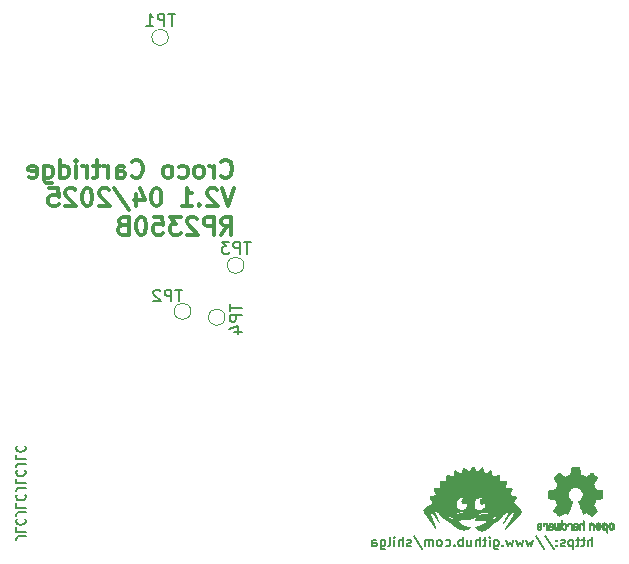
<source format=gbo>
G04 #@! TF.GenerationSoftware,KiCad,Pcbnew,9.0.3*
G04 #@! TF.CreationDate,2025-07-16T19:29:37+02:00*
G04 #@! TF.ProjectId,GameboyCartridgeV2.1,47616d65-626f-4794-9361-727472696467,rev?*
G04 #@! TF.SameCoordinates,Original*
G04 #@! TF.FileFunction,Legend,Bot*
G04 #@! TF.FilePolarity,Positive*
%FSLAX46Y46*%
G04 Gerber Fmt 4.6, Leading zero omitted, Abs format (unit mm)*
G04 Created by KiCad (PCBNEW 9.0.3) date 2025-07-16 19:29:37*
%MOMM*%
%LPD*%
G01*
G04 APERTURE LIST*
%ADD10C,0.187500*%
%ADD11C,0.300000*%
%ADD12C,0.150000*%
%ADD13C,0.120000*%
%ADD14C,0.010000*%
%ADD15C,0.000000*%
%ADD16C,7.200000*%
%ADD17C,0.990600*%
%ADD18R,1.700000X1.700000*%
%ADD19O,1.700000X1.700000*%
%ADD20C,0.650000*%
%ADD21O,1.000000X2.100000*%
%ADD22O,1.000000X1.800000*%
%ADD23C,0.800000*%
%ADD24C,0.600000*%
%ADD25C,1.000000*%
G04 APERTURE END LIST*
D10*
X163186168Y-113192345D02*
X163186168Y-112392345D01*
X162843311Y-113192345D02*
X162843311Y-112773297D01*
X162843311Y-112773297D02*
X162881406Y-112697107D01*
X162881406Y-112697107D02*
X162957597Y-112659011D01*
X162957597Y-112659011D02*
X163071883Y-112659011D01*
X163071883Y-112659011D02*
X163148073Y-112697107D01*
X163148073Y-112697107D02*
X163186168Y-112735202D01*
X162576644Y-112659011D02*
X162271882Y-112659011D01*
X162462358Y-112392345D02*
X162462358Y-113078059D01*
X162462358Y-113078059D02*
X162424263Y-113154250D01*
X162424263Y-113154250D02*
X162348073Y-113192345D01*
X162348073Y-113192345D02*
X162271882Y-113192345D01*
X162119501Y-112659011D02*
X161814739Y-112659011D01*
X162005215Y-112392345D02*
X162005215Y-113078059D01*
X162005215Y-113078059D02*
X161967120Y-113154250D01*
X161967120Y-113154250D02*
X161890930Y-113192345D01*
X161890930Y-113192345D02*
X161814739Y-113192345D01*
X161548072Y-112659011D02*
X161548072Y-113459011D01*
X161548072Y-112697107D02*
X161471882Y-112659011D01*
X161471882Y-112659011D02*
X161319501Y-112659011D01*
X161319501Y-112659011D02*
X161243310Y-112697107D01*
X161243310Y-112697107D02*
X161205215Y-112735202D01*
X161205215Y-112735202D02*
X161167120Y-112811392D01*
X161167120Y-112811392D02*
X161167120Y-113039964D01*
X161167120Y-113039964D02*
X161205215Y-113116154D01*
X161205215Y-113116154D02*
X161243310Y-113154250D01*
X161243310Y-113154250D02*
X161319501Y-113192345D01*
X161319501Y-113192345D02*
X161471882Y-113192345D01*
X161471882Y-113192345D02*
X161548072Y-113154250D01*
X160862358Y-113154250D02*
X160786167Y-113192345D01*
X160786167Y-113192345D02*
X160633786Y-113192345D01*
X160633786Y-113192345D02*
X160557596Y-113154250D01*
X160557596Y-113154250D02*
X160519500Y-113078059D01*
X160519500Y-113078059D02*
X160519500Y-113039964D01*
X160519500Y-113039964D02*
X160557596Y-112963773D01*
X160557596Y-112963773D02*
X160633786Y-112925678D01*
X160633786Y-112925678D02*
X160748072Y-112925678D01*
X160748072Y-112925678D02*
X160824262Y-112887583D01*
X160824262Y-112887583D02*
X160862358Y-112811392D01*
X160862358Y-112811392D02*
X160862358Y-112773297D01*
X160862358Y-112773297D02*
X160824262Y-112697107D01*
X160824262Y-112697107D02*
X160748072Y-112659011D01*
X160748072Y-112659011D02*
X160633786Y-112659011D01*
X160633786Y-112659011D02*
X160557596Y-112697107D01*
X160176643Y-113116154D02*
X160138548Y-113154250D01*
X160138548Y-113154250D02*
X160176643Y-113192345D01*
X160176643Y-113192345D02*
X160214739Y-113154250D01*
X160214739Y-113154250D02*
X160176643Y-113116154D01*
X160176643Y-113116154D02*
X160176643Y-113192345D01*
X160176643Y-112697107D02*
X160138548Y-112735202D01*
X160138548Y-112735202D02*
X160176643Y-112773297D01*
X160176643Y-112773297D02*
X160214739Y-112735202D01*
X160214739Y-112735202D02*
X160176643Y-112697107D01*
X160176643Y-112697107D02*
X160176643Y-112773297D01*
X159224263Y-112354250D02*
X159909977Y-113382821D01*
X158386168Y-112354250D02*
X159071882Y-113382821D01*
X158195692Y-112659011D02*
X158043311Y-113192345D01*
X158043311Y-113192345D02*
X157890930Y-112811392D01*
X157890930Y-112811392D02*
X157738549Y-113192345D01*
X157738549Y-113192345D02*
X157586168Y-112659011D01*
X157357597Y-112659011D02*
X157205216Y-113192345D01*
X157205216Y-113192345D02*
X157052835Y-112811392D01*
X157052835Y-112811392D02*
X156900454Y-113192345D01*
X156900454Y-113192345D02*
X156748073Y-112659011D01*
X156519502Y-112659011D02*
X156367121Y-113192345D01*
X156367121Y-113192345D02*
X156214740Y-112811392D01*
X156214740Y-112811392D02*
X156062359Y-113192345D01*
X156062359Y-113192345D02*
X155909978Y-112659011D01*
X155605216Y-113116154D02*
X155567121Y-113154250D01*
X155567121Y-113154250D02*
X155605216Y-113192345D01*
X155605216Y-113192345D02*
X155643312Y-113154250D01*
X155643312Y-113154250D02*
X155605216Y-113116154D01*
X155605216Y-113116154D02*
X155605216Y-113192345D01*
X154881407Y-112659011D02*
X154881407Y-113306630D01*
X154881407Y-113306630D02*
X154919502Y-113382821D01*
X154919502Y-113382821D02*
X154957598Y-113420916D01*
X154957598Y-113420916D02*
X155033788Y-113459011D01*
X155033788Y-113459011D02*
X155148074Y-113459011D01*
X155148074Y-113459011D02*
X155224264Y-113420916D01*
X154881407Y-113154250D02*
X154957598Y-113192345D01*
X154957598Y-113192345D02*
X155109979Y-113192345D01*
X155109979Y-113192345D02*
X155186169Y-113154250D01*
X155186169Y-113154250D02*
X155224264Y-113116154D01*
X155224264Y-113116154D02*
X155262360Y-113039964D01*
X155262360Y-113039964D02*
X155262360Y-112811392D01*
X155262360Y-112811392D02*
X155224264Y-112735202D01*
X155224264Y-112735202D02*
X155186169Y-112697107D01*
X155186169Y-112697107D02*
X155109979Y-112659011D01*
X155109979Y-112659011D02*
X154957598Y-112659011D01*
X154957598Y-112659011D02*
X154881407Y-112697107D01*
X154500454Y-113192345D02*
X154500454Y-112659011D01*
X154500454Y-112392345D02*
X154538550Y-112430440D01*
X154538550Y-112430440D02*
X154500454Y-112468535D01*
X154500454Y-112468535D02*
X154462359Y-112430440D01*
X154462359Y-112430440D02*
X154500454Y-112392345D01*
X154500454Y-112392345D02*
X154500454Y-112468535D01*
X154233788Y-112659011D02*
X153929026Y-112659011D01*
X154119502Y-112392345D02*
X154119502Y-113078059D01*
X154119502Y-113078059D02*
X154081407Y-113154250D01*
X154081407Y-113154250D02*
X154005217Y-113192345D01*
X154005217Y-113192345D02*
X153929026Y-113192345D01*
X153662359Y-113192345D02*
X153662359Y-112392345D01*
X153319502Y-113192345D02*
X153319502Y-112773297D01*
X153319502Y-112773297D02*
X153357597Y-112697107D01*
X153357597Y-112697107D02*
X153433788Y-112659011D01*
X153433788Y-112659011D02*
X153548074Y-112659011D01*
X153548074Y-112659011D02*
X153624264Y-112697107D01*
X153624264Y-112697107D02*
X153662359Y-112735202D01*
X152595692Y-112659011D02*
X152595692Y-113192345D01*
X152938549Y-112659011D02*
X152938549Y-113078059D01*
X152938549Y-113078059D02*
X152900454Y-113154250D01*
X152900454Y-113154250D02*
X152824264Y-113192345D01*
X152824264Y-113192345D02*
X152709978Y-113192345D01*
X152709978Y-113192345D02*
X152633787Y-113154250D01*
X152633787Y-113154250D02*
X152595692Y-113116154D01*
X152214739Y-113192345D02*
X152214739Y-112392345D01*
X152214739Y-112697107D02*
X152138549Y-112659011D01*
X152138549Y-112659011D02*
X151986168Y-112659011D01*
X151986168Y-112659011D02*
X151909977Y-112697107D01*
X151909977Y-112697107D02*
X151871882Y-112735202D01*
X151871882Y-112735202D02*
X151833787Y-112811392D01*
X151833787Y-112811392D02*
X151833787Y-113039964D01*
X151833787Y-113039964D02*
X151871882Y-113116154D01*
X151871882Y-113116154D02*
X151909977Y-113154250D01*
X151909977Y-113154250D02*
X151986168Y-113192345D01*
X151986168Y-113192345D02*
X152138549Y-113192345D01*
X152138549Y-113192345D02*
X152214739Y-113154250D01*
X151490929Y-113116154D02*
X151452834Y-113154250D01*
X151452834Y-113154250D02*
X151490929Y-113192345D01*
X151490929Y-113192345D02*
X151529025Y-113154250D01*
X151529025Y-113154250D02*
X151490929Y-113116154D01*
X151490929Y-113116154D02*
X151490929Y-113192345D01*
X150767120Y-113154250D02*
X150843311Y-113192345D01*
X150843311Y-113192345D02*
X150995692Y-113192345D01*
X150995692Y-113192345D02*
X151071882Y-113154250D01*
X151071882Y-113154250D02*
X151109977Y-113116154D01*
X151109977Y-113116154D02*
X151148073Y-113039964D01*
X151148073Y-113039964D02*
X151148073Y-112811392D01*
X151148073Y-112811392D02*
X151109977Y-112735202D01*
X151109977Y-112735202D02*
X151071882Y-112697107D01*
X151071882Y-112697107D02*
X150995692Y-112659011D01*
X150995692Y-112659011D02*
X150843311Y-112659011D01*
X150843311Y-112659011D02*
X150767120Y-112697107D01*
X150309978Y-113192345D02*
X150386168Y-113154250D01*
X150386168Y-113154250D02*
X150424263Y-113116154D01*
X150424263Y-113116154D02*
X150462359Y-113039964D01*
X150462359Y-113039964D02*
X150462359Y-112811392D01*
X150462359Y-112811392D02*
X150424263Y-112735202D01*
X150424263Y-112735202D02*
X150386168Y-112697107D01*
X150386168Y-112697107D02*
X150309978Y-112659011D01*
X150309978Y-112659011D02*
X150195692Y-112659011D01*
X150195692Y-112659011D02*
X150119501Y-112697107D01*
X150119501Y-112697107D02*
X150081406Y-112735202D01*
X150081406Y-112735202D02*
X150043311Y-112811392D01*
X150043311Y-112811392D02*
X150043311Y-113039964D01*
X150043311Y-113039964D02*
X150081406Y-113116154D01*
X150081406Y-113116154D02*
X150119501Y-113154250D01*
X150119501Y-113154250D02*
X150195692Y-113192345D01*
X150195692Y-113192345D02*
X150309978Y-113192345D01*
X149700453Y-113192345D02*
X149700453Y-112659011D01*
X149700453Y-112735202D02*
X149662358Y-112697107D01*
X149662358Y-112697107D02*
X149586168Y-112659011D01*
X149586168Y-112659011D02*
X149471882Y-112659011D01*
X149471882Y-112659011D02*
X149395691Y-112697107D01*
X149395691Y-112697107D02*
X149357596Y-112773297D01*
X149357596Y-112773297D02*
X149357596Y-113192345D01*
X149357596Y-112773297D02*
X149319501Y-112697107D01*
X149319501Y-112697107D02*
X149243310Y-112659011D01*
X149243310Y-112659011D02*
X149129025Y-112659011D01*
X149129025Y-112659011D02*
X149052834Y-112697107D01*
X149052834Y-112697107D02*
X149014739Y-112773297D01*
X149014739Y-112773297D02*
X149014739Y-113192345D01*
X148062358Y-112354250D02*
X148748072Y-113382821D01*
X147833787Y-113154250D02*
X147757596Y-113192345D01*
X147757596Y-113192345D02*
X147605215Y-113192345D01*
X147605215Y-113192345D02*
X147529025Y-113154250D01*
X147529025Y-113154250D02*
X147490929Y-113078059D01*
X147490929Y-113078059D02*
X147490929Y-113039964D01*
X147490929Y-113039964D02*
X147529025Y-112963773D01*
X147529025Y-112963773D02*
X147605215Y-112925678D01*
X147605215Y-112925678D02*
X147719501Y-112925678D01*
X147719501Y-112925678D02*
X147795691Y-112887583D01*
X147795691Y-112887583D02*
X147833787Y-112811392D01*
X147833787Y-112811392D02*
X147833787Y-112773297D01*
X147833787Y-112773297D02*
X147795691Y-112697107D01*
X147795691Y-112697107D02*
X147719501Y-112659011D01*
X147719501Y-112659011D02*
X147605215Y-112659011D01*
X147605215Y-112659011D02*
X147529025Y-112697107D01*
X147148072Y-113192345D02*
X147148072Y-112392345D01*
X146805215Y-113192345D02*
X146805215Y-112773297D01*
X146805215Y-112773297D02*
X146843310Y-112697107D01*
X146843310Y-112697107D02*
X146919501Y-112659011D01*
X146919501Y-112659011D02*
X147033787Y-112659011D01*
X147033787Y-112659011D02*
X147109977Y-112697107D01*
X147109977Y-112697107D02*
X147148072Y-112735202D01*
X146424262Y-113192345D02*
X146424262Y-112659011D01*
X146424262Y-112392345D02*
X146462358Y-112430440D01*
X146462358Y-112430440D02*
X146424262Y-112468535D01*
X146424262Y-112468535D02*
X146386167Y-112430440D01*
X146386167Y-112430440D02*
X146424262Y-112392345D01*
X146424262Y-112392345D02*
X146424262Y-112468535D01*
X145929025Y-113192345D02*
X146005215Y-113154250D01*
X146005215Y-113154250D02*
X146043310Y-113078059D01*
X146043310Y-113078059D02*
X146043310Y-112392345D01*
X145281405Y-112659011D02*
X145281405Y-113306630D01*
X145281405Y-113306630D02*
X145319500Y-113382821D01*
X145319500Y-113382821D02*
X145357596Y-113420916D01*
X145357596Y-113420916D02*
X145433786Y-113459011D01*
X145433786Y-113459011D02*
X145548072Y-113459011D01*
X145548072Y-113459011D02*
X145624262Y-113420916D01*
X145281405Y-113154250D02*
X145357596Y-113192345D01*
X145357596Y-113192345D02*
X145509977Y-113192345D01*
X145509977Y-113192345D02*
X145586167Y-113154250D01*
X145586167Y-113154250D02*
X145624262Y-113116154D01*
X145624262Y-113116154D02*
X145662358Y-113039964D01*
X145662358Y-113039964D02*
X145662358Y-112811392D01*
X145662358Y-112811392D02*
X145624262Y-112735202D01*
X145624262Y-112735202D02*
X145586167Y-112697107D01*
X145586167Y-112697107D02*
X145509977Y-112659011D01*
X145509977Y-112659011D02*
X145357596Y-112659011D01*
X145357596Y-112659011D02*
X145281405Y-112697107D01*
X144557595Y-113192345D02*
X144557595Y-112773297D01*
X144557595Y-112773297D02*
X144595690Y-112697107D01*
X144595690Y-112697107D02*
X144671881Y-112659011D01*
X144671881Y-112659011D02*
X144824262Y-112659011D01*
X144824262Y-112659011D02*
X144900452Y-112697107D01*
X144557595Y-113154250D02*
X144633786Y-113192345D01*
X144633786Y-113192345D02*
X144824262Y-113192345D01*
X144824262Y-113192345D02*
X144900452Y-113154250D01*
X144900452Y-113154250D02*
X144938548Y-113078059D01*
X144938548Y-113078059D02*
X144938548Y-113001869D01*
X144938548Y-113001869D02*
X144900452Y-112925678D01*
X144900452Y-112925678D02*
X144824262Y-112887583D01*
X144824262Y-112887583D02*
X144633786Y-112887583D01*
X144633786Y-112887583D02*
X144557595Y-112849488D01*
D11*
X131788346Y-81828139D02*
X131859774Y-81899568D01*
X131859774Y-81899568D02*
X132074060Y-81970996D01*
X132074060Y-81970996D02*
X132216917Y-81970996D01*
X132216917Y-81970996D02*
X132431203Y-81899568D01*
X132431203Y-81899568D02*
X132574060Y-81756710D01*
X132574060Y-81756710D02*
X132645489Y-81613853D01*
X132645489Y-81613853D02*
X132716917Y-81328139D01*
X132716917Y-81328139D02*
X132716917Y-81113853D01*
X132716917Y-81113853D02*
X132645489Y-80828139D01*
X132645489Y-80828139D02*
X132574060Y-80685282D01*
X132574060Y-80685282D02*
X132431203Y-80542425D01*
X132431203Y-80542425D02*
X132216917Y-80470996D01*
X132216917Y-80470996D02*
X132074060Y-80470996D01*
X132074060Y-80470996D02*
X131859774Y-80542425D01*
X131859774Y-80542425D02*
X131788346Y-80613853D01*
X131145489Y-81970996D02*
X131145489Y-80970996D01*
X131145489Y-81256710D02*
X131074060Y-81113853D01*
X131074060Y-81113853D02*
X131002632Y-81042425D01*
X131002632Y-81042425D02*
X130859774Y-80970996D01*
X130859774Y-80970996D02*
X130716917Y-80970996D01*
X130002632Y-81970996D02*
X130145489Y-81899568D01*
X130145489Y-81899568D02*
X130216918Y-81828139D01*
X130216918Y-81828139D02*
X130288346Y-81685282D01*
X130288346Y-81685282D02*
X130288346Y-81256710D01*
X130288346Y-81256710D02*
X130216918Y-81113853D01*
X130216918Y-81113853D02*
X130145489Y-81042425D01*
X130145489Y-81042425D02*
X130002632Y-80970996D01*
X130002632Y-80970996D02*
X129788346Y-80970996D01*
X129788346Y-80970996D02*
X129645489Y-81042425D01*
X129645489Y-81042425D02*
X129574061Y-81113853D01*
X129574061Y-81113853D02*
X129502632Y-81256710D01*
X129502632Y-81256710D02*
X129502632Y-81685282D01*
X129502632Y-81685282D02*
X129574061Y-81828139D01*
X129574061Y-81828139D02*
X129645489Y-81899568D01*
X129645489Y-81899568D02*
X129788346Y-81970996D01*
X129788346Y-81970996D02*
X130002632Y-81970996D01*
X128216918Y-81899568D02*
X128359775Y-81970996D01*
X128359775Y-81970996D02*
X128645489Y-81970996D01*
X128645489Y-81970996D02*
X128788346Y-81899568D01*
X128788346Y-81899568D02*
X128859775Y-81828139D01*
X128859775Y-81828139D02*
X128931203Y-81685282D01*
X128931203Y-81685282D02*
X128931203Y-81256710D01*
X128931203Y-81256710D02*
X128859775Y-81113853D01*
X128859775Y-81113853D02*
X128788346Y-81042425D01*
X128788346Y-81042425D02*
X128645489Y-80970996D01*
X128645489Y-80970996D02*
X128359775Y-80970996D01*
X128359775Y-80970996D02*
X128216918Y-81042425D01*
X127359775Y-81970996D02*
X127502632Y-81899568D01*
X127502632Y-81899568D02*
X127574061Y-81828139D01*
X127574061Y-81828139D02*
X127645489Y-81685282D01*
X127645489Y-81685282D02*
X127645489Y-81256710D01*
X127645489Y-81256710D02*
X127574061Y-81113853D01*
X127574061Y-81113853D02*
X127502632Y-81042425D01*
X127502632Y-81042425D02*
X127359775Y-80970996D01*
X127359775Y-80970996D02*
X127145489Y-80970996D01*
X127145489Y-80970996D02*
X127002632Y-81042425D01*
X127002632Y-81042425D02*
X126931204Y-81113853D01*
X126931204Y-81113853D02*
X126859775Y-81256710D01*
X126859775Y-81256710D02*
X126859775Y-81685282D01*
X126859775Y-81685282D02*
X126931204Y-81828139D01*
X126931204Y-81828139D02*
X127002632Y-81899568D01*
X127002632Y-81899568D02*
X127145489Y-81970996D01*
X127145489Y-81970996D02*
X127359775Y-81970996D01*
X124216918Y-81828139D02*
X124288346Y-81899568D01*
X124288346Y-81899568D02*
X124502632Y-81970996D01*
X124502632Y-81970996D02*
X124645489Y-81970996D01*
X124645489Y-81970996D02*
X124859775Y-81899568D01*
X124859775Y-81899568D02*
X125002632Y-81756710D01*
X125002632Y-81756710D02*
X125074061Y-81613853D01*
X125074061Y-81613853D02*
X125145489Y-81328139D01*
X125145489Y-81328139D02*
X125145489Y-81113853D01*
X125145489Y-81113853D02*
X125074061Y-80828139D01*
X125074061Y-80828139D02*
X125002632Y-80685282D01*
X125002632Y-80685282D02*
X124859775Y-80542425D01*
X124859775Y-80542425D02*
X124645489Y-80470996D01*
X124645489Y-80470996D02*
X124502632Y-80470996D01*
X124502632Y-80470996D02*
X124288346Y-80542425D01*
X124288346Y-80542425D02*
X124216918Y-80613853D01*
X122931204Y-81970996D02*
X122931204Y-81185282D01*
X122931204Y-81185282D02*
X123002632Y-81042425D01*
X123002632Y-81042425D02*
X123145489Y-80970996D01*
X123145489Y-80970996D02*
X123431204Y-80970996D01*
X123431204Y-80970996D02*
X123574061Y-81042425D01*
X122931204Y-81899568D02*
X123074061Y-81970996D01*
X123074061Y-81970996D02*
X123431204Y-81970996D01*
X123431204Y-81970996D02*
X123574061Y-81899568D01*
X123574061Y-81899568D02*
X123645489Y-81756710D01*
X123645489Y-81756710D02*
X123645489Y-81613853D01*
X123645489Y-81613853D02*
X123574061Y-81470996D01*
X123574061Y-81470996D02*
X123431204Y-81399568D01*
X123431204Y-81399568D02*
X123074061Y-81399568D01*
X123074061Y-81399568D02*
X122931204Y-81328139D01*
X122216918Y-81970996D02*
X122216918Y-80970996D01*
X122216918Y-81256710D02*
X122145489Y-81113853D01*
X122145489Y-81113853D02*
X122074061Y-81042425D01*
X122074061Y-81042425D02*
X121931203Y-80970996D01*
X121931203Y-80970996D02*
X121788346Y-80970996D01*
X121502632Y-80970996D02*
X120931204Y-80970996D01*
X121288347Y-80470996D02*
X121288347Y-81756710D01*
X121288347Y-81756710D02*
X121216918Y-81899568D01*
X121216918Y-81899568D02*
X121074061Y-81970996D01*
X121074061Y-81970996D02*
X120931204Y-81970996D01*
X120431204Y-81970996D02*
X120431204Y-80970996D01*
X120431204Y-81256710D02*
X120359775Y-81113853D01*
X120359775Y-81113853D02*
X120288347Y-81042425D01*
X120288347Y-81042425D02*
X120145489Y-80970996D01*
X120145489Y-80970996D02*
X120002632Y-80970996D01*
X119502633Y-81970996D02*
X119502633Y-80970996D01*
X119502633Y-80470996D02*
X119574061Y-80542425D01*
X119574061Y-80542425D02*
X119502633Y-80613853D01*
X119502633Y-80613853D02*
X119431204Y-80542425D01*
X119431204Y-80542425D02*
X119502633Y-80470996D01*
X119502633Y-80470996D02*
X119502633Y-80613853D01*
X118145490Y-81970996D02*
X118145490Y-80470996D01*
X118145490Y-81899568D02*
X118288347Y-81970996D01*
X118288347Y-81970996D02*
X118574061Y-81970996D01*
X118574061Y-81970996D02*
X118716918Y-81899568D01*
X118716918Y-81899568D02*
X118788347Y-81828139D01*
X118788347Y-81828139D02*
X118859775Y-81685282D01*
X118859775Y-81685282D02*
X118859775Y-81256710D01*
X118859775Y-81256710D02*
X118788347Y-81113853D01*
X118788347Y-81113853D02*
X118716918Y-81042425D01*
X118716918Y-81042425D02*
X118574061Y-80970996D01*
X118574061Y-80970996D02*
X118288347Y-80970996D01*
X118288347Y-80970996D02*
X118145490Y-81042425D01*
X116788347Y-80970996D02*
X116788347Y-82185282D01*
X116788347Y-82185282D02*
X116859775Y-82328139D01*
X116859775Y-82328139D02*
X116931204Y-82399568D01*
X116931204Y-82399568D02*
X117074061Y-82470996D01*
X117074061Y-82470996D02*
X117288347Y-82470996D01*
X117288347Y-82470996D02*
X117431204Y-82399568D01*
X116788347Y-81899568D02*
X116931204Y-81970996D01*
X116931204Y-81970996D02*
X117216918Y-81970996D01*
X117216918Y-81970996D02*
X117359775Y-81899568D01*
X117359775Y-81899568D02*
X117431204Y-81828139D01*
X117431204Y-81828139D02*
X117502632Y-81685282D01*
X117502632Y-81685282D02*
X117502632Y-81256710D01*
X117502632Y-81256710D02*
X117431204Y-81113853D01*
X117431204Y-81113853D02*
X117359775Y-81042425D01*
X117359775Y-81042425D02*
X117216918Y-80970996D01*
X117216918Y-80970996D02*
X116931204Y-80970996D01*
X116931204Y-80970996D02*
X116788347Y-81042425D01*
X115502632Y-81899568D02*
X115645489Y-81970996D01*
X115645489Y-81970996D02*
X115931204Y-81970996D01*
X115931204Y-81970996D02*
X116074061Y-81899568D01*
X116074061Y-81899568D02*
X116145489Y-81756710D01*
X116145489Y-81756710D02*
X116145489Y-81185282D01*
X116145489Y-81185282D02*
X116074061Y-81042425D01*
X116074061Y-81042425D02*
X115931204Y-80970996D01*
X115931204Y-80970996D02*
X115645489Y-80970996D01*
X115645489Y-80970996D02*
X115502632Y-81042425D01*
X115502632Y-81042425D02*
X115431204Y-81185282D01*
X115431204Y-81185282D02*
X115431204Y-81328139D01*
X115431204Y-81328139D02*
X116145489Y-81470996D01*
X132859774Y-82885912D02*
X132359774Y-84385912D01*
X132359774Y-84385912D02*
X131859774Y-82885912D01*
X131431203Y-83028769D02*
X131359775Y-82957341D01*
X131359775Y-82957341D02*
X131216918Y-82885912D01*
X131216918Y-82885912D02*
X130859775Y-82885912D01*
X130859775Y-82885912D02*
X130716918Y-82957341D01*
X130716918Y-82957341D02*
X130645489Y-83028769D01*
X130645489Y-83028769D02*
X130574060Y-83171626D01*
X130574060Y-83171626D02*
X130574060Y-83314484D01*
X130574060Y-83314484D02*
X130645489Y-83528769D01*
X130645489Y-83528769D02*
X131502632Y-84385912D01*
X131502632Y-84385912D02*
X130574060Y-84385912D01*
X129931204Y-84243055D02*
X129859775Y-84314484D01*
X129859775Y-84314484D02*
X129931204Y-84385912D01*
X129931204Y-84385912D02*
X130002632Y-84314484D01*
X130002632Y-84314484D02*
X129931204Y-84243055D01*
X129931204Y-84243055D02*
X129931204Y-84385912D01*
X128431203Y-84385912D02*
X129288346Y-84385912D01*
X128859775Y-84385912D02*
X128859775Y-82885912D01*
X128859775Y-82885912D02*
X129002632Y-83100198D01*
X129002632Y-83100198D02*
X129145489Y-83243055D01*
X129145489Y-83243055D02*
X129288346Y-83314484D01*
X126359775Y-82885912D02*
X126216918Y-82885912D01*
X126216918Y-82885912D02*
X126074061Y-82957341D01*
X126074061Y-82957341D02*
X126002633Y-83028769D01*
X126002633Y-83028769D02*
X125931204Y-83171626D01*
X125931204Y-83171626D02*
X125859775Y-83457341D01*
X125859775Y-83457341D02*
X125859775Y-83814484D01*
X125859775Y-83814484D02*
X125931204Y-84100198D01*
X125931204Y-84100198D02*
X126002633Y-84243055D01*
X126002633Y-84243055D02*
X126074061Y-84314484D01*
X126074061Y-84314484D02*
X126216918Y-84385912D01*
X126216918Y-84385912D02*
X126359775Y-84385912D01*
X126359775Y-84385912D02*
X126502633Y-84314484D01*
X126502633Y-84314484D02*
X126574061Y-84243055D01*
X126574061Y-84243055D02*
X126645490Y-84100198D01*
X126645490Y-84100198D02*
X126716918Y-83814484D01*
X126716918Y-83814484D02*
X126716918Y-83457341D01*
X126716918Y-83457341D02*
X126645490Y-83171626D01*
X126645490Y-83171626D02*
X126574061Y-83028769D01*
X126574061Y-83028769D02*
X126502633Y-82957341D01*
X126502633Y-82957341D02*
X126359775Y-82885912D01*
X124574062Y-83385912D02*
X124574062Y-84385912D01*
X124931204Y-82814484D02*
X125288347Y-83885912D01*
X125288347Y-83885912D02*
X124359776Y-83885912D01*
X122716919Y-82814484D02*
X124002633Y-84743055D01*
X122288347Y-83028769D02*
X122216919Y-82957341D01*
X122216919Y-82957341D02*
X122074062Y-82885912D01*
X122074062Y-82885912D02*
X121716919Y-82885912D01*
X121716919Y-82885912D02*
X121574062Y-82957341D01*
X121574062Y-82957341D02*
X121502633Y-83028769D01*
X121502633Y-83028769D02*
X121431204Y-83171626D01*
X121431204Y-83171626D02*
X121431204Y-83314484D01*
X121431204Y-83314484D02*
X121502633Y-83528769D01*
X121502633Y-83528769D02*
X122359776Y-84385912D01*
X122359776Y-84385912D02*
X121431204Y-84385912D01*
X120502633Y-82885912D02*
X120359776Y-82885912D01*
X120359776Y-82885912D02*
X120216919Y-82957341D01*
X120216919Y-82957341D02*
X120145491Y-83028769D01*
X120145491Y-83028769D02*
X120074062Y-83171626D01*
X120074062Y-83171626D02*
X120002633Y-83457341D01*
X120002633Y-83457341D02*
X120002633Y-83814484D01*
X120002633Y-83814484D02*
X120074062Y-84100198D01*
X120074062Y-84100198D02*
X120145491Y-84243055D01*
X120145491Y-84243055D02*
X120216919Y-84314484D01*
X120216919Y-84314484D02*
X120359776Y-84385912D01*
X120359776Y-84385912D02*
X120502633Y-84385912D01*
X120502633Y-84385912D02*
X120645491Y-84314484D01*
X120645491Y-84314484D02*
X120716919Y-84243055D01*
X120716919Y-84243055D02*
X120788348Y-84100198D01*
X120788348Y-84100198D02*
X120859776Y-83814484D01*
X120859776Y-83814484D02*
X120859776Y-83457341D01*
X120859776Y-83457341D02*
X120788348Y-83171626D01*
X120788348Y-83171626D02*
X120716919Y-83028769D01*
X120716919Y-83028769D02*
X120645491Y-82957341D01*
X120645491Y-82957341D02*
X120502633Y-82885912D01*
X119431205Y-83028769D02*
X119359777Y-82957341D01*
X119359777Y-82957341D02*
X119216920Y-82885912D01*
X119216920Y-82885912D02*
X118859777Y-82885912D01*
X118859777Y-82885912D02*
X118716920Y-82957341D01*
X118716920Y-82957341D02*
X118645491Y-83028769D01*
X118645491Y-83028769D02*
X118574062Y-83171626D01*
X118574062Y-83171626D02*
X118574062Y-83314484D01*
X118574062Y-83314484D02*
X118645491Y-83528769D01*
X118645491Y-83528769D02*
X119502634Y-84385912D01*
X119502634Y-84385912D02*
X118574062Y-84385912D01*
X117216920Y-82885912D02*
X117931206Y-82885912D01*
X117931206Y-82885912D02*
X118002634Y-83600198D01*
X118002634Y-83600198D02*
X117931206Y-83528769D01*
X117931206Y-83528769D02*
X117788349Y-83457341D01*
X117788349Y-83457341D02*
X117431206Y-83457341D01*
X117431206Y-83457341D02*
X117288349Y-83528769D01*
X117288349Y-83528769D02*
X117216920Y-83600198D01*
X117216920Y-83600198D02*
X117145491Y-83743055D01*
X117145491Y-83743055D02*
X117145491Y-84100198D01*
X117145491Y-84100198D02*
X117216920Y-84243055D01*
X117216920Y-84243055D02*
X117288349Y-84314484D01*
X117288349Y-84314484D02*
X117431206Y-84385912D01*
X117431206Y-84385912D02*
X117788349Y-84385912D01*
X117788349Y-84385912D02*
X117931206Y-84314484D01*
X117931206Y-84314484D02*
X118002634Y-84243055D01*
X131788346Y-86800828D02*
X132288346Y-86086542D01*
X132645489Y-86800828D02*
X132645489Y-85300828D01*
X132645489Y-85300828D02*
X132074060Y-85300828D01*
X132074060Y-85300828D02*
X131931203Y-85372257D01*
X131931203Y-85372257D02*
X131859774Y-85443685D01*
X131859774Y-85443685D02*
X131788346Y-85586542D01*
X131788346Y-85586542D02*
X131788346Y-85800828D01*
X131788346Y-85800828D02*
X131859774Y-85943685D01*
X131859774Y-85943685D02*
X131931203Y-86015114D01*
X131931203Y-86015114D02*
X132074060Y-86086542D01*
X132074060Y-86086542D02*
X132645489Y-86086542D01*
X131145489Y-86800828D02*
X131145489Y-85300828D01*
X131145489Y-85300828D02*
X130574060Y-85300828D01*
X130574060Y-85300828D02*
X130431203Y-85372257D01*
X130431203Y-85372257D02*
X130359774Y-85443685D01*
X130359774Y-85443685D02*
X130288346Y-85586542D01*
X130288346Y-85586542D02*
X130288346Y-85800828D01*
X130288346Y-85800828D02*
X130359774Y-85943685D01*
X130359774Y-85943685D02*
X130431203Y-86015114D01*
X130431203Y-86015114D02*
X130574060Y-86086542D01*
X130574060Y-86086542D02*
X131145489Y-86086542D01*
X129716917Y-85443685D02*
X129645489Y-85372257D01*
X129645489Y-85372257D02*
X129502632Y-85300828D01*
X129502632Y-85300828D02*
X129145489Y-85300828D01*
X129145489Y-85300828D02*
X129002632Y-85372257D01*
X129002632Y-85372257D02*
X128931203Y-85443685D01*
X128931203Y-85443685D02*
X128859774Y-85586542D01*
X128859774Y-85586542D02*
X128859774Y-85729400D01*
X128859774Y-85729400D02*
X128931203Y-85943685D01*
X128931203Y-85943685D02*
X129788346Y-86800828D01*
X129788346Y-86800828D02*
X128859774Y-86800828D01*
X128359775Y-85300828D02*
X127431203Y-85300828D01*
X127431203Y-85300828D02*
X127931203Y-85872257D01*
X127931203Y-85872257D02*
X127716918Y-85872257D01*
X127716918Y-85872257D02*
X127574061Y-85943685D01*
X127574061Y-85943685D02*
X127502632Y-86015114D01*
X127502632Y-86015114D02*
X127431203Y-86157971D01*
X127431203Y-86157971D02*
X127431203Y-86515114D01*
X127431203Y-86515114D02*
X127502632Y-86657971D01*
X127502632Y-86657971D02*
X127574061Y-86729400D01*
X127574061Y-86729400D02*
X127716918Y-86800828D01*
X127716918Y-86800828D02*
X128145489Y-86800828D01*
X128145489Y-86800828D02*
X128288346Y-86729400D01*
X128288346Y-86729400D02*
X128359775Y-86657971D01*
X126074061Y-85300828D02*
X126788347Y-85300828D01*
X126788347Y-85300828D02*
X126859775Y-86015114D01*
X126859775Y-86015114D02*
X126788347Y-85943685D01*
X126788347Y-85943685D02*
X126645490Y-85872257D01*
X126645490Y-85872257D02*
X126288347Y-85872257D01*
X126288347Y-85872257D02*
X126145490Y-85943685D01*
X126145490Y-85943685D02*
X126074061Y-86015114D01*
X126074061Y-86015114D02*
X126002632Y-86157971D01*
X126002632Y-86157971D02*
X126002632Y-86515114D01*
X126002632Y-86515114D02*
X126074061Y-86657971D01*
X126074061Y-86657971D02*
X126145490Y-86729400D01*
X126145490Y-86729400D02*
X126288347Y-86800828D01*
X126288347Y-86800828D02*
X126645490Y-86800828D01*
X126645490Y-86800828D02*
X126788347Y-86729400D01*
X126788347Y-86729400D02*
X126859775Y-86657971D01*
X125074061Y-85300828D02*
X124931204Y-85300828D01*
X124931204Y-85300828D02*
X124788347Y-85372257D01*
X124788347Y-85372257D02*
X124716919Y-85443685D01*
X124716919Y-85443685D02*
X124645490Y-85586542D01*
X124645490Y-85586542D02*
X124574061Y-85872257D01*
X124574061Y-85872257D02*
X124574061Y-86229400D01*
X124574061Y-86229400D02*
X124645490Y-86515114D01*
X124645490Y-86515114D02*
X124716919Y-86657971D01*
X124716919Y-86657971D02*
X124788347Y-86729400D01*
X124788347Y-86729400D02*
X124931204Y-86800828D01*
X124931204Y-86800828D02*
X125074061Y-86800828D01*
X125074061Y-86800828D02*
X125216919Y-86729400D01*
X125216919Y-86729400D02*
X125288347Y-86657971D01*
X125288347Y-86657971D02*
X125359776Y-86515114D01*
X125359776Y-86515114D02*
X125431204Y-86229400D01*
X125431204Y-86229400D02*
X125431204Y-85872257D01*
X125431204Y-85872257D02*
X125359776Y-85586542D01*
X125359776Y-85586542D02*
X125288347Y-85443685D01*
X125288347Y-85443685D02*
X125216919Y-85372257D01*
X125216919Y-85372257D02*
X125074061Y-85300828D01*
X123431205Y-86015114D02*
X123216919Y-86086542D01*
X123216919Y-86086542D02*
X123145490Y-86157971D01*
X123145490Y-86157971D02*
X123074062Y-86300828D01*
X123074062Y-86300828D02*
X123074062Y-86515114D01*
X123074062Y-86515114D02*
X123145490Y-86657971D01*
X123145490Y-86657971D02*
X123216919Y-86729400D01*
X123216919Y-86729400D02*
X123359776Y-86800828D01*
X123359776Y-86800828D02*
X123931205Y-86800828D01*
X123931205Y-86800828D02*
X123931205Y-85300828D01*
X123931205Y-85300828D02*
X123431205Y-85300828D01*
X123431205Y-85300828D02*
X123288348Y-85372257D01*
X123288348Y-85372257D02*
X123216919Y-85443685D01*
X123216919Y-85443685D02*
X123145490Y-85586542D01*
X123145490Y-85586542D02*
X123145490Y-85729400D01*
X123145490Y-85729400D02*
X123216919Y-85872257D01*
X123216919Y-85872257D02*
X123288348Y-85943685D01*
X123288348Y-85943685D02*
X123431205Y-86015114D01*
X123431205Y-86015114D02*
X123931205Y-86015114D01*
D10*
X115207654Y-112357597D02*
X114636226Y-112357597D01*
X114636226Y-112357597D02*
X114521940Y-112395692D01*
X114521940Y-112395692D02*
X114445750Y-112471883D01*
X114445750Y-112471883D02*
X114407654Y-112586168D01*
X114407654Y-112586168D02*
X114407654Y-112662359D01*
X114407654Y-111595692D02*
X114407654Y-111976644D01*
X114407654Y-111976644D02*
X115207654Y-111976644D01*
X114483845Y-110871882D02*
X114445750Y-110909978D01*
X114445750Y-110909978D02*
X114407654Y-111024263D01*
X114407654Y-111024263D02*
X114407654Y-111100454D01*
X114407654Y-111100454D02*
X114445750Y-111214740D01*
X114445750Y-111214740D02*
X114521940Y-111290930D01*
X114521940Y-111290930D02*
X114598130Y-111329025D01*
X114598130Y-111329025D02*
X114750511Y-111367121D01*
X114750511Y-111367121D02*
X114864797Y-111367121D01*
X114864797Y-111367121D02*
X115017178Y-111329025D01*
X115017178Y-111329025D02*
X115093369Y-111290930D01*
X115093369Y-111290930D02*
X115169559Y-111214740D01*
X115169559Y-111214740D02*
X115207654Y-111100454D01*
X115207654Y-111100454D02*
X115207654Y-111024263D01*
X115207654Y-111024263D02*
X115169559Y-110909978D01*
X115169559Y-110909978D02*
X115131464Y-110871882D01*
X115207654Y-110300454D02*
X114636226Y-110300454D01*
X114636226Y-110300454D02*
X114521940Y-110338549D01*
X114521940Y-110338549D02*
X114445750Y-110414740D01*
X114445750Y-110414740D02*
X114407654Y-110529025D01*
X114407654Y-110529025D02*
X114407654Y-110605216D01*
X114407654Y-109538549D02*
X114407654Y-109919501D01*
X114407654Y-109919501D02*
X115207654Y-109919501D01*
X114483845Y-108814739D02*
X114445750Y-108852835D01*
X114445750Y-108852835D02*
X114407654Y-108967120D01*
X114407654Y-108967120D02*
X114407654Y-109043311D01*
X114407654Y-109043311D02*
X114445750Y-109157597D01*
X114445750Y-109157597D02*
X114521940Y-109233787D01*
X114521940Y-109233787D02*
X114598130Y-109271882D01*
X114598130Y-109271882D02*
X114750511Y-109309978D01*
X114750511Y-109309978D02*
X114864797Y-109309978D01*
X114864797Y-109309978D02*
X115017178Y-109271882D01*
X115017178Y-109271882D02*
X115093369Y-109233787D01*
X115093369Y-109233787D02*
X115169559Y-109157597D01*
X115169559Y-109157597D02*
X115207654Y-109043311D01*
X115207654Y-109043311D02*
X115207654Y-108967120D01*
X115207654Y-108967120D02*
X115169559Y-108852835D01*
X115169559Y-108852835D02*
X115131464Y-108814739D01*
X115207654Y-108243311D02*
X114636226Y-108243311D01*
X114636226Y-108243311D02*
X114521940Y-108281406D01*
X114521940Y-108281406D02*
X114445750Y-108357597D01*
X114445750Y-108357597D02*
X114407654Y-108471882D01*
X114407654Y-108471882D02*
X114407654Y-108548073D01*
X114407654Y-107481406D02*
X114407654Y-107862358D01*
X114407654Y-107862358D02*
X115207654Y-107862358D01*
X114483845Y-106757596D02*
X114445750Y-106795692D01*
X114445750Y-106795692D02*
X114407654Y-106909977D01*
X114407654Y-106909977D02*
X114407654Y-106986168D01*
X114407654Y-106986168D02*
X114445750Y-107100454D01*
X114445750Y-107100454D02*
X114521940Y-107176644D01*
X114521940Y-107176644D02*
X114598130Y-107214739D01*
X114598130Y-107214739D02*
X114750511Y-107252835D01*
X114750511Y-107252835D02*
X114864797Y-107252835D01*
X114864797Y-107252835D02*
X115017178Y-107214739D01*
X115017178Y-107214739D02*
X115093369Y-107176644D01*
X115093369Y-107176644D02*
X115169559Y-107100454D01*
X115169559Y-107100454D02*
X115207654Y-106986168D01*
X115207654Y-106986168D02*
X115207654Y-106909977D01*
X115207654Y-106909977D02*
X115169559Y-106795692D01*
X115169559Y-106795692D02*
X115131464Y-106757596D01*
X115207654Y-106186168D02*
X114636226Y-106186168D01*
X114636226Y-106186168D02*
X114521940Y-106224263D01*
X114521940Y-106224263D02*
X114445750Y-106300454D01*
X114445750Y-106300454D02*
X114407654Y-106414739D01*
X114407654Y-106414739D02*
X114407654Y-106490930D01*
X114407654Y-105424263D02*
X114407654Y-105805215D01*
X114407654Y-105805215D02*
X115207654Y-105805215D01*
X114483845Y-104700453D02*
X114445750Y-104738549D01*
X114445750Y-104738549D02*
X114407654Y-104852834D01*
X114407654Y-104852834D02*
X114407654Y-104929025D01*
X114407654Y-104929025D02*
X114445750Y-105043311D01*
X114445750Y-105043311D02*
X114521940Y-105119501D01*
X114521940Y-105119501D02*
X114598130Y-105157596D01*
X114598130Y-105157596D02*
X114750511Y-105195692D01*
X114750511Y-105195692D02*
X114864797Y-105195692D01*
X114864797Y-105195692D02*
X115017178Y-105157596D01*
X115017178Y-105157596D02*
X115093369Y-105119501D01*
X115093369Y-105119501D02*
X115169559Y-105043311D01*
X115169559Y-105043311D02*
X115207654Y-104929025D01*
X115207654Y-104929025D02*
X115207654Y-104852834D01*
X115207654Y-104852834D02*
X115169559Y-104738549D01*
X115169559Y-104738549D02*
X115131464Y-104700453D01*
D12*
X134261904Y-87406819D02*
X133690476Y-87406819D01*
X133976190Y-88406819D02*
X133976190Y-87406819D01*
X133357142Y-88406819D02*
X133357142Y-87406819D01*
X133357142Y-87406819D02*
X132976190Y-87406819D01*
X132976190Y-87406819D02*
X132880952Y-87454438D01*
X132880952Y-87454438D02*
X132833333Y-87502057D01*
X132833333Y-87502057D02*
X132785714Y-87597295D01*
X132785714Y-87597295D02*
X132785714Y-87740152D01*
X132785714Y-87740152D02*
X132833333Y-87835390D01*
X132833333Y-87835390D02*
X132880952Y-87883009D01*
X132880952Y-87883009D02*
X132976190Y-87930628D01*
X132976190Y-87930628D02*
X133357142Y-87930628D01*
X132452380Y-87406819D02*
X131833333Y-87406819D01*
X131833333Y-87406819D02*
X132166666Y-87787771D01*
X132166666Y-87787771D02*
X132023809Y-87787771D01*
X132023809Y-87787771D02*
X131928571Y-87835390D01*
X131928571Y-87835390D02*
X131880952Y-87883009D01*
X131880952Y-87883009D02*
X131833333Y-87978247D01*
X131833333Y-87978247D02*
X131833333Y-88216342D01*
X131833333Y-88216342D02*
X131880952Y-88311580D01*
X131880952Y-88311580D02*
X131928571Y-88359200D01*
X131928571Y-88359200D02*
X132023809Y-88406819D01*
X132023809Y-88406819D02*
X132309523Y-88406819D01*
X132309523Y-88406819D02*
X132404761Y-88359200D01*
X132404761Y-88359200D02*
X132452380Y-88311580D01*
X128461904Y-91454819D02*
X127890476Y-91454819D01*
X128176190Y-92454819D02*
X128176190Y-91454819D01*
X127557142Y-92454819D02*
X127557142Y-91454819D01*
X127557142Y-91454819D02*
X127176190Y-91454819D01*
X127176190Y-91454819D02*
X127080952Y-91502438D01*
X127080952Y-91502438D02*
X127033333Y-91550057D01*
X127033333Y-91550057D02*
X126985714Y-91645295D01*
X126985714Y-91645295D02*
X126985714Y-91788152D01*
X126985714Y-91788152D02*
X127033333Y-91883390D01*
X127033333Y-91883390D02*
X127080952Y-91931009D01*
X127080952Y-91931009D02*
X127176190Y-91978628D01*
X127176190Y-91978628D02*
X127557142Y-91978628D01*
X126604761Y-91550057D02*
X126557142Y-91502438D01*
X126557142Y-91502438D02*
X126461904Y-91454819D01*
X126461904Y-91454819D02*
X126223809Y-91454819D01*
X126223809Y-91454819D02*
X126128571Y-91502438D01*
X126128571Y-91502438D02*
X126080952Y-91550057D01*
X126080952Y-91550057D02*
X126033333Y-91645295D01*
X126033333Y-91645295D02*
X126033333Y-91740533D01*
X126033333Y-91740533D02*
X126080952Y-91883390D01*
X126080952Y-91883390D02*
X126652380Y-92454819D01*
X126652380Y-92454819D02*
X126033333Y-92454819D01*
X127861904Y-68106819D02*
X127290476Y-68106819D01*
X127576190Y-69106819D02*
X127576190Y-68106819D01*
X126957142Y-69106819D02*
X126957142Y-68106819D01*
X126957142Y-68106819D02*
X126576190Y-68106819D01*
X126576190Y-68106819D02*
X126480952Y-68154438D01*
X126480952Y-68154438D02*
X126433333Y-68202057D01*
X126433333Y-68202057D02*
X126385714Y-68297295D01*
X126385714Y-68297295D02*
X126385714Y-68440152D01*
X126385714Y-68440152D02*
X126433333Y-68535390D01*
X126433333Y-68535390D02*
X126480952Y-68583009D01*
X126480952Y-68583009D02*
X126576190Y-68630628D01*
X126576190Y-68630628D02*
X126957142Y-68630628D01*
X125433333Y-69106819D02*
X126004761Y-69106819D01*
X125719047Y-69106819D02*
X125719047Y-68106819D01*
X125719047Y-68106819D02*
X125814285Y-68249676D01*
X125814285Y-68249676D02*
X125909523Y-68344914D01*
X125909523Y-68344914D02*
X126004761Y-68392533D01*
X132504819Y-92700595D02*
X132504819Y-93272023D01*
X133504819Y-92986309D02*
X132504819Y-92986309D01*
X133504819Y-93605357D02*
X132504819Y-93605357D01*
X132504819Y-93605357D02*
X132504819Y-93986309D01*
X132504819Y-93986309D02*
X132552438Y-94081547D01*
X132552438Y-94081547D02*
X132600057Y-94129166D01*
X132600057Y-94129166D02*
X132695295Y-94176785D01*
X132695295Y-94176785D02*
X132838152Y-94176785D01*
X132838152Y-94176785D02*
X132933390Y-94129166D01*
X132933390Y-94129166D02*
X132981009Y-94081547D01*
X132981009Y-94081547D02*
X133028628Y-93986309D01*
X133028628Y-93986309D02*
X133028628Y-93605357D01*
X132838152Y-95033928D02*
X133504819Y-95033928D01*
X132457200Y-94795833D02*
X133171485Y-94557738D01*
X133171485Y-94557738D02*
X133171485Y-95176785D01*
D13*
X133700000Y-89400000D02*
G75*
G02*
X132300000Y-89400000I-700000J0D01*
G01*
X132300000Y-89400000D02*
G75*
G02*
X133700000Y-89400000I700000J0D01*
G01*
D14*
X159232829Y-111211097D02*
X159292753Y-111233355D01*
X159317673Y-111250080D01*
X159342910Y-111274043D01*
X159360912Y-111304526D01*
X159372858Y-111346023D01*
X159379930Y-111403032D01*
X159383308Y-111480047D01*
X159384171Y-111581565D01*
X159384002Y-111634027D01*
X159383153Y-111705715D01*
X159381711Y-111762925D01*
X159379814Y-111800809D01*
X159377597Y-111814514D01*
X159363172Y-111809981D01*
X159334054Y-111797670D01*
X159333181Y-111797272D01*
X159318060Y-111789356D01*
X159307891Y-111778495D01*
X159301691Y-111759471D01*
X159298478Y-111727069D01*
X159297270Y-111676071D01*
X159297086Y-111601261D01*
X159296714Y-111553804D01*
X159292750Y-111464615D01*
X159283673Y-111399287D01*
X159268524Y-111354393D01*
X159246345Y-111326507D01*
X159216175Y-111312203D01*
X159211990Y-111311206D01*
X159155480Y-111310427D01*
X159111410Y-111335744D01*
X159080972Y-111386502D01*
X159075544Y-111401175D01*
X159063171Y-111433649D01*
X159056905Y-111448572D01*
X159044036Y-111446516D01*
X159015933Y-111435357D01*
X158989721Y-111416927D01*
X158977771Y-111382098D01*
X158981336Y-111357151D01*
X159003235Y-111306547D01*
X159038644Y-111259128D01*
X159080052Y-111226334D01*
X159097400Y-111218752D01*
X159163089Y-111206076D01*
X159232829Y-111211097D01*
G36*
X159232829Y-111211097D02*
G01*
X159292753Y-111233355D01*
X159317673Y-111250080D01*
X159342910Y-111274043D01*
X159360912Y-111304526D01*
X159372858Y-111346023D01*
X159379930Y-111403032D01*
X159383308Y-111480047D01*
X159384171Y-111581565D01*
X159384002Y-111634027D01*
X159383153Y-111705715D01*
X159381711Y-111762925D01*
X159379814Y-111800809D01*
X159377597Y-111814514D01*
X159363172Y-111809981D01*
X159334054Y-111797670D01*
X159333181Y-111797272D01*
X159318060Y-111789356D01*
X159307891Y-111778495D01*
X159301691Y-111759471D01*
X159298478Y-111727069D01*
X159297270Y-111676071D01*
X159297086Y-111601261D01*
X159296714Y-111553804D01*
X159292750Y-111464615D01*
X159283673Y-111399287D01*
X159268524Y-111354393D01*
X159246345Y-111326507D01*
X159216175Y-111312203D01*
X159211990Y-111311206D01*
X159155480Y-111310427D01*
X159111410Y-111335744D01*
X159080972Y-111386502D01*
X159075544Y-111401175D01*
X159063171Y-111433649D01*
X159056905Y-111448572D01*
X159044036Y-111446516D01*
X159015933Y-111435357D01*
X158989721Y-111416927D01*
X158977771Y-111382098D01*
X158981336Y-111357151D01*
X159003235Y-111306547D01*
X159038644Y-111259128D01*
X159080052Y-111226334D01*
X159097400Y-111218752D01*
X159163089Y-111206076D01*
X159232829Y-111211097D01*
G37*
X163181020Y-111177822D02*
X163248810Y-111209680D01*
X163304366Y-111264770D01*
X163315881Y-111282016D01*
X163325432Y-111301562D01*
X163332206Y-111326198D01*
X163336819Y-111360711D01*
X163339888Y-111409889D01*
X163342029Y-111478519D01*
X163343859Y-111571389D01*
X163348404Y-111829007D01*
X163310225Y-111814491D01*
X163275268Y-111801156D01*
X163249097Y-111788323D01*
X163232013Y-111771780D01*
X163222086Y-111746465D01*
X163217386Y-111707316D01*
X163215982Y-111649268D01*
X163215943Y-111567261D01*
X163215744Y-111501895D01*
X163214559Y-111439173D01*
X163211729Y-111396334D01*
X163206609Y-111368220D01*
X163198553Y-111349675D01*
X163186914Y-111335543D01*
X163158303Y-111315600D01*
X163110239Y-111308083D01*
X163062688Y-111327079D01*
X163059550Y-111329511D01*
X163049769Y-111340748D01*
X163042553Y-111358770D01*
X163037299Y-111388026D01*
X163033402Y-111432962D01*
X163030256Y-111498028D01*
X163027257Y-111587670D01*
X163020000Y-111827697D01*
X162958314Y-111800044D01*
X162896629Y-111772391D01*
X162896629Y-111553246D01*
X162896884Y-111493711D01*
X162899086Y-111410892D01*
X162904661Y-111349227D01*
X162914941Y-111303748D01*
X162931258Y-111269484D01*
X162954943Y-111241466D01*
X162987328Y-111214723D01*
X163033907Y-111187780D01*
X163107287Y-111170191D01*
X163181020Y-111177822D01*
G36*
X163181020Y-111177822D02*
G01*
X163248810Y-111209680D01*
X163304366Y-111264770D01*
X163315881Y-111282016D01*
X163325432Y-111301562D01*
X163332206Y-111326198D01*
X163336819Y-111360711D01*
X163339888Y-111409889D01*
X163342029Y-111478519D01*
X163343859Y-111571389D01*
X163348404Y-111829007D01*
X163310225Y-111814491D01*
X163275268Y-111801156D01*
X163249097Y-111788323D01*
X163232013Y-111771780D01*
X163222086Y-111746465D01*
X163217386Y-111707316D01*
X163215982Y-111649268D01*
X163215943Y-111567261D01*
X163215744Y-111501895D01*
X163214559Y-111439173D01*
X163211729Y-111396334D01*
X163206609Y-111368220D01*
X163198553Y-111349675D01*
X163186914Y-111335543D01*
X163158303Y-111315600D01*
X163110239Y-111308083D01*
X163062688Y-111327079D01*
X163059550Y-111329511D01*
X163049769Y-111340748D01*
X163042553Y-111358770D01*
X163037299Y-111388026D01*
X163033402Y-111432962D01*
X163030256Y-111498028D01*
X163027257Y-111587670D01*
X163020000Y-111827697D01*
X162958314Y-111800044D01*
X162896629Y-111772391D01*
X162896629Y-111553246D01*
X162896884Y-111493711D01*
X162899086Y-111410892D01*
X162904661Y-111349227D01*
X162914941Y-111303748D01*
X162931258Y-111269484D01*
X162954943Y-111241466D01*
X162987328Y-111214723D01*
X163033907Y-111187780D01*
X163107287Y-111170191D01*
X163181020Y-111177822D01*
G37*
X161357691Y-111226467D02*
X161362273Y-111229003D01*
X161399704Y-111258057D01*
X161433170Y-111295410D01*
X161439007Y-111303852D01*
X161450165Y-111323553D01*
X161458136Y-111346935D01*
X161463618Y-111379067D01*
X161467307Y-111425019D01*
X161469899Y-111489859D01*
X161472092Y-111578657D01*
X161472402Y-111593669D01*
X161473400Y-111690999D01*
X161471994Y-111759934D01*
X161468164Y-111800948D01*
X161461889Y-111814514D01*
X161442898Y-111810452D01*
X161410638Y-111798144D01*
X161403041Y-111794545D01*
X161391176Y-111786398D01*
X161382994Y-111773004D01*
X161377643Y-111749608D01*
X161374269Y-111711455D01*
X161372019Y-111653790D01*
X161370040Y-111571857D01*
X161369498Y-111547907D01*
X161367403Y-111472266D01*
X161364683Y-111419328D01*
X161360515Y-111384075D01*
X161354079Y-111361487D01*
X161344550Y-111346544D01*
X161331106Y-111334227D01*
X161291305Y-111312634D01*
X161242341Y-111308476D01*
X161198529Y-111324999D01*
X161167008Y-111359210D01*
X161154914Y-111408114D01*
X161154578Y-111421407D01*
X161147972Y-111445472D01*
X161128470Y-111449144D01*
X161090283Y-111434813D01*
X161081438Y-111430217D01*
X161057534Y-111403186D01*
X161057061Y-111362994D01*
X161079836Y-111307409D01*
X161100727Y-111277117D01*
X161154142Y-111234084D01*
X161220074Y-111209755D01*
X161290574Y-111206443D01*
X161357691Y-111226467D01*
G36*
X161357691Y-111226467D02*
G01*
X161362273Y-111229003D01*
X161399704Y-111258057D01*
X161433170Y-111295410D01*
X161439007Y-111303852D01*
X161450165Y-111323553D01*
X161458136Y-111346935D01*
X161463618Y-111379067D01*
X161467307Y-111425019D01*
X161469899Y-111489859D01*
X161472092Y-111578657D01*
X161472402Y-111593669D01*
X161473400Y-111690999D01*
X161471994Y-111759934D01*
X161468164Y-111800948D01*
X161461889Y-111814514D01*
X161442898Y-111810452D01*
X161410638Y-111798144D01*
X161403041Y-111794545D01*
X161391176Y-111786398D01*
X161382994Y-111773004D01*
X161377643Y-111749608D01*
X161374269Y-111711455D01*
X161372019Y-111653790D01*
X161370040Y-111571857D01*
X161369498Y-111547907D01*
X161367403Y-111472266D01*
X161364683Y-111419328D01*
X161360515Y-111384075D01*
X161354079Y-111361487D01*
X161344550Y-111346544D01*
X161331106Y-111334227D01*
X161291305Y-111312634D01*
X161242341Y-111308476D01*
X161198529Y-111324999D01*
X161167008Y-111359210D01*
X161154914Y-111408114D01*
X161154578Y-111421407D01*
X161147972Y-111445472D01*
X161128470Y-111449144D01*
X161090283Y-111434813D01*
X161081438Y-111430217D01*
X161057534Y-111403186D01*
X161057061Y-111362994D01*
X161079836Y-111307409D01*
X161100727Y-111277117D01*
X161154142Y-111234084D01*
X161220074Y-111209755D01*
X161290574Y-111206443D01*
X161357691Y-111226467D01*
G37*
X160403941Y-111209282D02*
X160435774Y-111221758D01*
X160472743Y-111238602D01*
X160472743Y-111725196D01*
X160426812Y-111771127D01*
X160416320Y-111781427D01*
X160387255Y-111804320D01*
X160357943Y-111811735D01*
X160314326Y-111808321D01*
X160296568Y-111806114D01*
X160250767Y-111801445D01*
X160218743Y-111799585D01*
X160209244Y-111799869D01*
X160170274Y-111802948D01*
X160123160Y-111808321D01*
X160108085Y-111810168D01*
X160070110Y-111810893D01*
X160042325Y-111799429D01*
X160010674Y-111771127D01*
X159964743Y-111725196D01*
X159964743Y-111465055D01*
X159965101Y-111388180D01*
X159966216Y-111314886D01*
X159967952Y-111256850D01*
X159970167Y-111218663D01*
X159972721Y-111204914D01*
X159973256Y-111204951D01*
X159991808Y-111211793D01*
X160023153Y-111226868D01*
X160065608Y-111248822D01*
X160069604Y-111477240D01*
X160073600Y-111705657D01*
X160160686Y-111705657D01*
X160164657Y-111455286D01*
X160165916Y-111387227D01*
X160167718Y-111314482D01*
X160169671Y-111256730D01*
X160171612Y-111218648D01*
X160173377Y-111204914D01*
X160173885Y-111204962D01*
X160191482Y-111210015D01*
X160223834Y-111220849D01*
X160269543Y-111236783D01*
X160269765Y-111456706D01*
X160269988Y-111494909D01*
X160271531Y-111569146D01*
X160274292Y-111631145D01*
X160277977Y-111675308D01*
X160282292Y-111696041D01*
X160297732Y-111707131D01*
X160329241Y-111710556D01*
X160363886Y-111705657D01*
X160367857Y-111455286D01*
X160369278Y-111391663D01*
X160372225Y-111316356D01*
X160376079Y-111257286D01*
X160380542Y-111218718D01*
X160385317Y-111204914D01*
X160403941Y-111209282D01*
G36*
X160403941Y-111209282D02*
G01*
X160435774Y-111221758D01*
X160472743Y-111238602D01*
X160472743Y-111725196D01*
X160426812Y-111771127D01*
X160416320Y-111781427D01*
X160387255Y-111804320D01*
X160357943Y-111811735D01*
X160314326Y-111808321D01*
X160296568Y-111806114D01*
X160250767Y-111801445D01*
X160218743Y-111799585D01*
X160209244Y-111799869D01*
X160170274Y-111802948D01*
X160123160Y-111808321D01*
X160108085Y-111810168D01*
X160070110Y-111810893D01*
X160042325Y-111799429D01*
X160010674Y-111771127D01*
X159964743Y-111725196D01*
X159964743Y-111465055D01*
X159965101Y-111388180D01*
X159966216Y-111314886D01*
X159967952Y-111256850D01*
X159970167Y-111218663D01*
X159972721Y-111204914D01*
X159973256Y-111204951D01*
X159991808Y-111211793D01*
X160023153Y-111226868D01*
X160065608Y-111248822D01*
X160069604Y-111477240D01*
X160073600Y-111705657D01*
X160160686Y-111705657D01*
X160164657Y-111455286D01*
X160165916Y-111387227D01*
X160167718Y-111314482D01*
X160169671Y-111256730D01*
X160171612Y-111218648D01*
X160173377Y-111204914D01*
X160173885Y-111204962D01*
X160191482Y-111210015D01*
X160223834Y-111220849D01*
X160269543Y-111236783D01*
X160269765Y-111456706D01*
X160269988Y-111494909D01*
X160271531Y-111569146D01*
X160274292Y-111631145D01*
X160277977Y-111675308D01*
X160282292Y-111696041D01*
X160297732Y-111707131D01*
X160329241Y-111710556D01*
X160363886Y-111705657D01*
X160367857Y-111455286D01*
X160369278Y-111391663D01*
X160372225Y-111316356D01*
X160376079Y-111257286D01*
X160380542Y-111218718D01*
X160385317Y-111204914D01*
X160403941Y-111209282D01*
G37*
X162428543Y-111009444D02*
X162475714Y-111029342D01*
X162475714Y-111426509D01*
X162475519Y-111529498D01*
X162474998Y-111622141D01*
X162474199Y-111700700D01*
X162473172Y-111761439D01*
X162471963Y-111800623D01*
X162470623Y-111814514D01*
X162470099Y-111814468D01*
X162452287Y-111809420D01*
X162419823Y-111798580D01*
X162374114Y-111782646D01*
X162374114Y-111578173D01*
X162373824Y-111497832D01*
X162372474Y-111439562D01*
X162369369Y-111399909D01*
X162363812Y-111373618D01*
X162355107Y-111355436D01*
X162342556Y-111340107D01*
X162333999Y-111331955D01*
X162287728Y-111309375D01*
X162236728Y-111311375D01*
X162189993Y-111338073D01*
X162183189Y-111344698D01*
X162172293Y-111358456D01*
X162164836Y-111376642D01*
X162160169Y-111404177D01*
X162157642Y-111445981D01*
X162156602Y-111506973D01*
X162156400Y-111592073D01*
X162156303Y-111635234D01*
X162155674Y-111706224D01*
X162154556Y-111763076D01*
X162153063Y-111800828D01*
X162151309Y-111814514D01*
X162150785Y-111814468D01*
X162132973Y-111809420D01*
X162100509Y-111798580D01*
X162054800Y-111782646D01*
X162054823Y-111577237D01*
X162054857Y-111558951D01*
X162056778Y-111463626D01*
X162062678Y-111391543D01*
X162074001Y-111337813D01*
X162092187Y-111297549D01*
X162118679Y-111265861D01*
X162154918Y-111237861D01*
X162190263Y-111220333D01*
X162246773Y-111206785D01*
X162302356Y-111206015D01*
X162345086Y-111219195D01*
X162348298Y-111221015D01*
X162358205Y-111220820D01*
X162364975Y-111205572D01*
X162369861Y-111170613D01*
X162374114Y-111111289D01*
X162381371Y-110989547D01*
X162428543Y-111009444D01*
G36*
X162428543Y-111009444D02*
G01*
X162475714Y-111029342D01*
X162475714Y-111426509D01*
X162475519Y-111529498D01*
X162474998Y-111622141D01*
X162474199Y-111700700D01*
X162473172Y-111761439D01*
X162471963Y-111800623D01*
X162470623Y-111814514D01*
X162470099Y-111814468D01*
X162452287Y-111809420D01*
X162419823Y-111798580D01*
X162374114Y-111782646D01*
X162374114Y-111578173D01*
X162373824Y-111497832D01*
X162372474Y-111439562D01*
X162369369Y-111399909D01*
X162363812Y-111373618D01*
X162355107Y-111355436D01*
X162342556Y-111340107D01*
X162333999Y-111331955D01*
X162287728Y-111309375D01*
X162236728Y-111311375D01*
X162189993Y-111338073D01*
X162183189Y-111344698D01*
X162172293Y-111358456D01*
X162164836Y-111376642D01*
X162160169Y-111404177D01*
X162157642Y-111445981D01*
X162156602Y-111506973D01*
X162156400Y-111592073D01*
X162156303Y-111635234D01*
X162155674Y-111706224D01*
X162154556Y-111763076D01*
X162153063Y-111800828D01*
X162151309Y-111814514D01*
X162150785Y-111814468D01*
X162132973Y-111809420D01*
X162100509Y-111798580D01*
X162054800Y-111782646D01*
X162054823Y-111577237D01*
X162054857Y-111558951D01*
X162056778Y-111463626D01*
X162062678Y-111391543D01*
X162074001Y-111337813D01*
X162092187Y-111297549D01*
X162118679Y-111265861D01*
X162154918Y-111237861D01*
X162190263Y-111220333D01*
X162246773Y-111206785D01*
X162302356Y-111206015D01*
X162345086Y-111219195D01*
X162348298Y-111221015D01*
X162358205Y-111220820D01*
X162364975Y-111205572D01*
X162369861Y-111170613D01*
X162374114Y-111111289D01*
X162381371Y-110989547D01*
X162428543Y-111009444D01*
G37*
X165015714Y-111495200D02*
X165015701Y-111510935D01*
X165014914Y-111581119D01*
X165012210Y-111630022D01*
X165006606Y-111664178D01*
X164997119Y-111690124D01*
X164982768Y-111714397D01*
X164979237Y-111719433D01*
X164941878Y-111759143D01*
X164899311Y-111789092D01*
X164877452Y-111798810D01*
X164798908Y-111815020D01*
X164721231Y-111804535D01*
X164649645Y-111768707D01*
X164589374Y-111708887D01*
X164584286Y-111700873D01*
X164567730Y-111654342D01*
X164556573Y-111589552D01*
X164551160Y-111514727D01*
X164551768Y-111445513D01*
X164698248Y-111445513D01*
X164699402Y-111541399D01*
X164699866Y-111547569D01*
X164706629Y-111600478D01*
X164718671Y-111634029D01*
X164739005Y-111657016D01*
X164773097Y-111678548D01*
X164806814Y-111679680D01*
X164841543Y-111654857D01*
X164847584Y-111648325D01*
X164859417Y-111628779D01*
X164866404Y-111600386D01*
X164869727Y-111556430D01*
X164870571Y-111490192D01*
X164869125Y-111428150D01*
X164861907Y-111369042D01*
X164847006Y-111331686D01*
X164822636Y-111312152D01*
X164787008Y-111306514D01*
X164773440Y-111307635D01*
X164735430Y-111328194D01*
X164710312Y-111374299D01*
X164698248Y-111445513D01*
X164551768Y-111445513D01*
X164551833Y-111438096D01*
X164558937Y-111367882D01*
X164572815Y-111312312D01*
X164590649Y-111275301D01*
X164640855Y-111217733D01*
X164708885Y-111181962D01*
X164792158Y-111169665D01*
X164814398Y-111170331D01*
X164879891Y-111183947D01*
X164933687Y-111218249D01*
X164983057Y-111277338D01*
X164985995Y-111281722D01*
X164999287Y-111305299D01*
X165007932Y-111331949D01*
X165012904Y-111368159D01*
X165015174Y-111420413D01*
X165015678Y-111490192D01*
X165015714Y-111495200D01*
G36*
X165015714Y-111495200D02*
G01*
X165015701Y-111510935D01*
X165014914Y-111581119D01*
X165012210Y-111630022D01*
X165006606Y-111664178D01*
X164997119Y-111690124D01*
X164982768Y-111714397D01*
X164979237Y-111719433D01*
X164941878Y-111759143D01*
X164899311Y-111789092D01*
X164877452Y-111798810D01*
X164798908Y-111815020D01*
X164721231Y-111804535D01*
X164649645Y-111768707D01*
X164589374Y-111708887D01*
X164584286Y-111700873D01*
X164567730Y-111654342D01*
X164556573Y-111589552D01*
X164551160Y-111514727D01*
X164551768Y-111445513D01*
X164698248Y-111445513D01*
X164699402Y-111541399D01*
X164699866Y-111547569D01*
X164706629Y-111600478D01*
X164718671Y-111634029D01*
X164739005Y-111657016D01*
X164773097Y-111678548D01*
X164806814Y-111679680D01*
X164841543Y-111654857D01*
X164847584Y-111648325D01*
X164859417Y-111628779D01*
X164866404Y-111600386D01*
X164869727Y-111556430D01*
X164870571Y-111490192D01*
X164869125Y-111428150D01*
X164861907Y-111369042D01*
X164847006Y-111331686D01*
X164822636Y-111312152D01*
X164787008Y-111306514D01*
X164773440Y-111307635D01*
X164735430Y-111328194D01*
X164710312Y-111374299D01*
X164698248Y-111445513D01*
X164551768Y-111445513D01*
X164551833Y-111438096D01*
X164558937Y-111367882D01*
X164572815Y-111312312D01*
X164590649Y-111275301D01*
X164640855Y-111217733D01*
X164708885Y-111181962D01*
X164792158Y-111169665D01*
X164814398Y-111170331D01*
X164879891Y-111183947D01*
X164933687Y-111218249D01*
X164983057Y-111277338D01*
X164985995Y-111281722D01*
X164999287Y-111305299D01*
X165007932Y-111331949D01*
X165012904Y-111368159D01*
X165015174Y-111420413D01*
X165015678Y-111490192D01*
X165015714Y-111495200D01*
G37*
X158890590Y-111512622D02*
X158890307Y-111551305D01*
X158886762Y-111627521D01*
X158877483Y-111683294D01*
X158860375Y-111724613D01*
X158833344Y-111757467D01*
X158794292Y-111787846D01*
X158769445Y-111801660D01*
X158729615Y-111810965D01*
X158673665Y-111810230D01*
X158642385Y-111807283D01*
X158604653Y-111798283D01*
X158574494Y-111778720D01*
X158539408Y-111742267D01*
X158534720Y-111736943D01*
X158503177Y-111695969D01*
X158488128Y-111660283D01*
X158484286Y-111617966D01*
X158484286Y-111555779D01*
X158527742Y-111572182D01*
X158559424Y-111591356D01*
X158586962Y-111636347D01*
X158592711Y-111650752D01*
X158624855Y-111691546D01*
X158668611Y-111712081D01*
X158716254Y-111710235D01*
X158760057Y-111683886D01*
X158775111Y-111667455D01*
X158788763Y-111642667D01*
X158784493Y-111620144D01*
X158759916Y-111596964D01*
X158712651Y-111570202D01*
X158640314Y-111536934D01*
X158491543Y-111471816D01*
X158487595Y-111407308D01*
X158489079Y-111366220D01*
X158586010Y-111366220D01*
X158593368Y-111391657D01*
X158626848Y-111418814D01*
X158687614Y-111449714D01*
X158697669Y-111454190D01*
X158745751Y-111475017D01*
X158781726Y-111489665D01*
X158798444Y-111495200D01*
X158800977Y-111491126D01*
X158801993Y-111466247D01*
X158798369Y-111426257D01*
X158789242Y-111387152D01*
X158760773Y-111337884D01*
X158719678Y-111310122D01*
X158670590Y-111306364D01*
X158618144Y-111329109D01*
X158603609Y-111340481D01*
X158586010Y-111366220D01*
X158489079Y-111366220D01*
X158489338Y-111359064D01*
X158511281Y-111298096D01*
X158538979Y-111264497D01*
X158596405Y-111226966D01*
X158664527Y-111208006D01*
X158734947Y-111209507D01*
X158799267Y-111233355D01*
X158813426Y-111242513D01*
X158845904Y-111270849D01*
X158868116Y-111306695D01*
X158881804Y-111355384D01*
X158888715Y-111422249D01*
X158889628Y-111466247D01*
X158890590Y-111512622D01*
G36*
X158890590Y-111512622D02*
G01*
X158890307Y-111551305D01*
X158886762Y-111627521D01*
X158877483Y-111683294D01*
X158860375Y-111724613D01*
X158833344Y-111757467D01*
X158794292Y-111787846D01*
X158769445Y-111801660D01*
X158729615Y-111810965D01*
X158673665Y-111810230D01*
X158642385Y-111807283D01*
X158604653Y-111798283D01*
X158574494Y-111778720D01*
X158539408Y-111742267D01*
X158534720Y-111736943D01*
X158503177Y-111695969D01*
X158488128Y-111660283D01*
X158484286Y-111617966D01*
X158484286Y-111555779D01*
X158527742Y-111572182D01*
X158559424Y-111591356D01*
X158586962Y-111636347D01*
X158592711Y-111650752D01*
X158624855Y-111691546D01*
X158668611Y-111712081D01*
X158716254Y-111710235D01*
X158760057Y-111683886D01*
X158775111Y-111667455D01*
X158788763Y-111642667D01*
X158784493Y-111620144D01*
X158759916Y-111596964D01*
X158712651Y-111570202D01*
X158640314Y-111536934D01*
X158491543Y-111471816D01*
X158487595Y-111407308D01*
X158489079Y-111366220D01*
X158586010Y-111366220D01*
X158593368Y-111391657D01*
X158626848Y-111418814D01*
X158687614Y-111449714D01*
X158697669Y-111454190D01*
X158745751Y-111475017D01*
X158781726Y-111489665D01*
X158798444Y-111495200D01*
X158800977Y-111491126D01*
X158801993Y-111466247D01*
X158798369Y-111426257D01*
X158789242Y-111387152D01*
X158760773Y-111337884D01*
X158719678Y-111310122D01*
X158670590Y-111306364D01*
X158618144Y-111329109D01*
X158603609Y-111340481D01*
X158586010Y-111366220D01*
X158489079Y-111366220D01*
X158489338Y-111359064D01*
X158511281Y-111298096D01*
X158538979Y-111264497D01*
X158596405Y-111226966D01*
X158664527Y-111208006D01*
X158734947Y-111209507D01*
X158799267Y-111233355D01*
X158813426Y-111242513D01*
X158845904Y-111270849D01*
X158868116Y-111306695D01*
X158881804Y-111355384D01*
X158888715Y-111422249D01*
X158889628Y-111466247D01*
X158890590Y-111512622D01*
G37*
X160980698Y-111509714D02*
X160979537Y-111566313D01*
X160971345Y-111643462D01*
X160953519Y-111701276D01*
X160923975Y-111745422D01*
X160880625Y-111781568D01*
X160839332Y-111802463D01*
X160769987Y-111814090D01*
X160700736Y-111801377D01*
X160638145Y-111765945D01*
X160588779Y-111709418D01*
X160582818Y-111698995D01*
X160574945Y-111680733D01*
X160569106Y-111657429D01*
X160564999Y-111625085D01*
X160562325Y-111579704D01*
X160560781Y-111517287D01*
X160560734Y-111511748D01*
X160661429Y-111511748D01*
X160661772Y-111564577D01*
X160663942Y-111612362D01*
X160669307Y-111643209D01*
X160679217Y-111663935D01*
X160695021Y-111681356D01*
X160698724Y-111684705D01*
X160746299Y-111709419D01*
X160796635Y-111706890D01*
X160843517Y-111677288D01*
X160857477Y-111661953D01*
X160869160Y-111641622D01*
X160875686Y-111613514D01*
X160878524Y-111570550D01*
X160879143Y-111505647D01*
X160878837Y-111456122D01*
X160876722Y-111407782D01*
X160871390Y-111376587D01*
X160861460Y-111355647D01*
X160845550Y-111338073D01*
X160836204Y-111330159D01*
X160787776Y-111308843D01*
X160737040Y-111312198D01*
X160692987Y-111340107D01*
X160683504Y-111351173D01*
X160671939Y-111372009D01*
X160665252Y-111401106D01*
X160662173Y-111445381D01*
X160661429Y-111511748D01*
X160560734Y-111511748D01*
X160560067Y-111433837D01*
X160559883Y-111325358D01*
X160559829Y-110988601D01*
X160607000Y-111008362D01*
X160619472Y-111013770D01*
X160639324Y-111025985D01*
X160650687Y-111044482D01*
X160656933Y-111076829D01*
X160661429Y-111130593D01*
X160665535Y-111178866D01*
X160670963Y-111210557D01*
X160678739Y-111222383D01*
X160690457Y-111219212D01*
X160720318Y-111208067D01*
X160773684Y-111205304D01*
X160831093Y-111215625D01*
X160880625Y-111237861D01*
X160907876Y-111258443D01*
X160942865Y-111298600D01*
X160965274Y-111350086D01*
X160977190Y-111418568D01*
X160980542Y-111505647D01*
X160980698Y-111509714D01*
G36*
X160980698Y-111509714D02*
G01*
X160979537Y-111566313D01*
X160971345Y-111643462D01*
X160953519Y-111701276D01*
X160923975Y-111745422D01*
X160880625Y-111781568D01*
X160839332Y-111802463D01*
X160769987Y-111814090D01*
X160700736Y-111801377D01*
X160638145Y-111765945D01*
X160588779Y-111709418D01*
X160582818Y-111698995D01*
X160574945Y-111680733D01*
X160569106Y-111657429D01*
X160564999Y-111625085D01*
X160562325Y-111579704D01*
X160560781Y-111517287D01*
X160560734Y-111511748D01*
X160661429Y-111511748D01*
X160661772Y-111564577D01*
X160663942Y-111612362D01*
X160669307Y-111643209D01*
X160679217Y-111663935D01*
X160695021Y-111681356D01*
X160698724Y-111684705D01*
X160746299Y-111709419D01*
X160796635Y-111706890D01*
X160843517Y-111677288D01*
X160857477Y-111661953D01*
X160869160Y-111641622D01*
X160875686Y-111613514D01*
X160878524Y-111570550D01*
X160879143Y-111505647D01*
X160878837Y-111456122D01*
X160876722Y-111407782D01*
X160871390Y-111376587D01*
X160861460Y-111355647D01*
X160845550Y-111338073D01*
X160836204Y-111330159D01*
X160787776Y-111308843D01*
X160737040Y-111312198D01*
X160692987Y-111340107D01*
X160683504Y-111351173D01*
X160671939Y-111372009D01*
X160665252Y-111401106D01*
X160662173Y-111445381D01*
X160661429Y-111511748D01*
X160560734Y-111511748D01*
X160560067Y-111433837D01*
X160559883Y-111325358D01*
X160559829Y-110988601D01*
X160607000Y-111008362D01*
X160619472Y-111013770D01*
X160639324Y-111025985D01*
X160650687Y-111044482D01*
X160656933Y-111076829D01*
X160661429Y-111130593D01*
X160665535Y-111178866D01*
X160670963Y-111210557D01*
X160678739Y-111222383D01*
X160690457Y-111219212D01*
X160720318Y-111208067D01*
X160773684Y-111205304D01*
X160831093Y-111215625D01*
X160880625Y-111237861D01*
X160907876Y-111258443D01*
X160942865Y-111298600D01*
X160965274Y-111350086D01*
X160977190Y-111418568D01*
X160980542Y-111505647D01*
X160980698Y-111509714D01*
G37*
X163912299Y-111454055D02*
X163907684Y-111564078D01*
X163905078Y-111587387D01*
X163885660Y-111670352D01*
X163850573Y-111733448D01*
X163797212Y-111781808D01*
X163794196Y-111783804D01*
X163726362Y-111812185D01*
X163655535Y-111814711D01*
X163587289Y-111793097D01*
X163527196Y-111749062D01*
X163480829Y-111684322D01*
X163480050Y-111682761D01*
X163464643Y-111642558D01*
X163453357Y-111596866D01*
X163447370Y-111553972D01*
X163447861Y-111522160D01*
X163456007Y-111509714D01*
X163463244Y-111510471D01*
X163497851Y-111524235D01*
X163537078Y-111549546D01*
X163570448Y-111578845D01*
X163587483Y-111604572D01*
X163605192Y-111639471D01*
X163641485Y-111671212D01*
X163683630Y-111683886D01*
X163699077Y-111680221D01*
X163729569Y-111661774D01*
X163756128Y-111636166D01*
X163767486Y-111612934D01*
X163767482Y-111612848D01*
X163754596Y-111602179D01*
X163720241Y-111582933D01*
X163669593Y-111557813D01*
X163607829Y-111529524D01*
X163607489Y-111529374D01*
X163540388Y-111499498D01*
X163495411Y-111477973D01*
X163468145Y-111461437D01*
X163454178Y-111446531D01*
X163449097Y-111429893D01*
X163448490Y-111408162D01*
X163452712Y-111367013D01*
X163596000Y-111367013D01*
X163610791Y-111379949D01*
X163647644Y-111399333D01*
X163648725Y-111399881D01*
X163692205Y-111420587D01*
X163731102Y-111437105D01*
X163755778Y-111444093D01*
X163765676Y-111434753D01*
X163767486Y-111402748D01*
X163759966Y-111362915D01*
X163733897Y-111326717D01*
X163696154Y-111307950D01*
X163654077Y-111309845D01*
X163615005Y-111335632D01*
X163599647Y-111353451D01*
X163596000Y-111367013D01*
X163452712Y-111367013D01*
X163453833Y-111356086D01*
X163480251Y-111285335D01*
X163524473Y-111229735D01*
X163581697Y-111191239D01*
X163647120Y-111171797D01*
X163715937Y-111173359D01*
X163783347Y-111197878D01*
X163844544Y-111247302D01*
X163878450Y-111296212D01*
X163902806Y-111366027D01*
X163906767Y-111402748D01*
X163912299Y-111454055D01*
G36*
X163912299Y-111454055D02*
G01*
X163907684Y-111564078D01*
X163905078Y-111587387D01*
X163885660Y-111670352D01*
X163850573Y-111733448D01*
X163797212Y-111781808D01*
X163794196Y-111783804D01*
X163726362Y-111812185D01*
X163655535Y-111814711D01*
X163587289Y-111793097D01*
X163527196Y-111749062D01*
X163480829Y-111684322D01*
X163480050Y-111682761D01*
X163464643Y-111642558D01*
X163453357Y-111596866D01*
X163447370Y-111553972D01*
X163447861Y-111522160D01*
X163456007Y-111509714D01*
X163463244Y-111510471D01*
X163497851Y-111524235D01*
X163537078Y-111549546D01*
X163570448Y-111578845D01*
X163587483Y-111604572D01*
X163605192Y-111639471D01*
X163641485Y-111671212D01*
X163683630Y-111683886D01*
X163699077Y-111680221D01*
X163729569Y-111661774D01*
X163756128Y-111636166D01*
X163767486Y-111612934D01*
X163767482Y-111612848D01*
X163754596Y-111602179D01*
X163720241Y-111582933D01*
X163669593Y-111557813D01*
X163607829Y-111529524D01*
X163607489Y-111529374D01*
X163540388Y-111499498D01*
X163495411Y-111477973D01*
X163468145Y-111461437D01*
X163454178Y-111446531D01*
X163449097Y-111429893D01*
X163448490Y-111408162D01*
X163452712Y-111367013D01*
X163596000Y-111367013D01*
X163610791Y-111379949D01*
X163647644Y-111399333D01*
X163648725Y-111399881D01*
X163692205Y-111420587D01*
X163731102Y-111437105D01*
X163755778Y-111444093D01*
X163765676Y-111434753D01*
X163767486Y-111402748D01*
X163759966Y-111362915D01*
X163733897Y-111326717D01*
X163696154Y-111307950D01*
X163654077Y-111309845D01*
X163615005Y-111335632D01*
X163599647Y-111353451D01*
X163596000Y-111367013D01*
X163452712Y-111367013D01*
X163453833Y-111356086D01*
X163480251Y-111285335D01*
X163524473Y-111229735D01*
X163581697Y-111191239D01*
X163647120Y-111171797D01*
X163715937Y-111173359D01*
X163783347Y-111197878D01*
X163844544Y-111247302D01*
X163878450Y-111296212D01*
X163902806Y-111366027D01*
X163906767Y-111402748D01*
X163912299Y-111454055D01*
G37*
X161839483Y-111220569D02*
X161889376Y-111249661D01*
X161911325Y-111272327D01*
X161953504Y-111340082D01*
X161967714Y-111413950D01*
X161967714Y-111464770D01*
X161920999Y-111445128D01*
X161888692Y-111425308D01*
X161863231Y-111384160D01*
X161860616Y-111375675D01*
X161832478Y-111332451D01*
X161790067Y-111309103D01*
X161741370Y-111308100D01*
X161694373Y-111331914D01*
X161687357Y-111338056D01*
X161663893Y-111364745D01*
X161660019Y-111388014D01*
X161677768Y-111410862D01*
X161719179Y-111436287D01*
X161786286Y-111467288D01*
X161790824Y-111469252D01*
X161865322Y-111503990D01*
X161916203Y-111534763D01*
X161947525Y-111565488D01*
X161963343Y-111600082D01*
X161967714Y-111642462D01*
X161961986Y-111689446D01*
X161933062Y-111749585D01*
X161882178Y-111792788D01*
X161845374Y-111805759D01*
X161793434Y-111812856D01*
X161742999Y-111811340D01*
X161706983Y-111800632D01*
X161703158Y-111797966D01*
X161692998Y-111779337D01*
X161700048Y-111746505D01*
X161712297Y-111720735D01*
X161731939Y-111710006D01*
X161769191Y-111710539D01*
X161820908Y-111707462D01*
X161854701Y-111686212D01*
X161866114Y-111646877D01*
X161866104Y-111645747D01*
X161859187Y-111622913D01*
X161835659Y-111601963D01*
X161789914Y-111577815D01*
X161727704Y-111548741D01*
X161686499Y-111532925D01*
X161662712Y-111533944D01*
X161651597Y-111554837D01*
X161648408Y-111598641D01*
X161648400Y-111668393D01*
X161648044Y-111711452D01*
X161646413Y-111764626D01*
X161643761Y-111801022D01*
X161640422Y-111814514D01*
X161639530Y-111814423D01*
X161620237Y-111807110D01*
X161588284Y-111791678D01*
X161544124Y-111768842D01*
X161549371Y-111563078D01*
X161549736Y-111549432D01*
X161553904Y-111453651D01*
X161561268Y-111381462D01*
X161573330Y-111328058D01*
X161591593Y-111288633D01*
X161617560Y-111258380D01*
X161652733Y-111232493D01*
X161653384Y-111232087D01*
X161710256Y-111210968D01*
X161776033Y-111207400D01*
X161839483Y-111220569D01*
G36*
X161839483Y-111220569D02*
G01*
X161889376Y-111249661D01*
X161911325Y-111272327D01*
X161953504Y-111340082D01*
X161967714Y-111413950D01*
X161967714Y-111464770D01*
X161920999Y-111445128D01*
X161888692Y-111425308D01*
X161863231Y-111384160D01*
X161860616Y-111375675D01*
X161832478Y-111332451D01*
X161790067Y-111309103D01*
X161741370Y-111308100D01*
X161694373Y-111331914D01*
X161687357Y-111338056D01*
X161663893Y-111364745D01*
X161660019Y-111388014D01*
X161677768Y-111410862D01*
X161719179Y-111436287D01*
X161786286Y-111467288D01*
X161790824Y-111469252D01*
X161865322Y-111503990D01*
X161916203Y-111534763D01*
X161947525Y-111565488D01*
X161963343Y-111600082D01*
X161967714Y-111642462D01*
X161961986Y-111689446D01*
X161933062Y-111749585D01*
X161882178Y-111792788D01*
X161845374Y-111805759D01*
X161793434Y-111812856D01*
X161742999Y-111811340D01*
X161706983Y-111800632D01*
X161703158Y-111797966D01*
X161692998Y-111779337D01*
X161700048Y-111746505D01*
X161712297Y-111720735D01*
X161731939Y-111710006D01*
X161769191Y-111710539D01*
X161820908Y-111707462D01*
X161854701Y-111686212D01*
X161866114Y-111646877D01*
X161866104Y-111645747D01*
X161859187Y-111622913D01*
X161835659Y-111601963D01*
X161789914Y-111577815D01*
X161727704Y-111548741D01*
X161686499Y-111532925D01*
X161662712Y-111533944D01*
X161651597Y-111554837D01*
X161648408Y-111598641D01*
X161648400Y-111668393D01*
X161648044Y-111711452D01*
X161646413Y-111764626D01*
X161643761Y-111801022D01*
X161640422Y-111814514D01*
X161639530Y-111814423D01*
X161620237Y-111807110D01*
X161588284Y-111791678D01*
X161544124Y-111768842D01*
X161549371Y-111563078D01*
X161549736Y-111549432D01*
X161553904Y-111453651D01*
X161561268Y-111381462D01*
X161573330Y-111328058D01*
X161591593Y-111288633D01*
X161617560Y-111258380D01*
X161652733Y-111232493D01*
X161653384Y-111232087D01*
X161710256Y-111210968D01*
X161776033Y-111207400D01*
X161839483Y-111220569D01*
G37*
X159717495Y-111206220D02*
X159748599Y-111214121D01*
X159777559Y-111233817D01*
X159814831Y-111270484D01*
X159838801Y-111296378D01*
X159863770Y-111329997D01*
X159875031Y-111361506D01*
X159877657Y-111401485D01*
X159877657Y-111466917D01*
X159833035Y-111443842D01*
X159797673Y-111415724D01*
X159773451Y-111377848D01*
X159769291Y-111367551D01*
X159737594Y-111327637D01*
X159693554Y-111307624D01*
X159645531Y-111309572D01*
X159601886Y-111335543D01*
X159583420Y-111356635D01*
X159572663Y-111383619D01*
X159584178Y-111407634D01*
X159619981Y-111431791D01*
X159682090Y-111459199D01*
X159691515Y-111462985D01*
X159748058Y-111487759D01*
X159796580Y-111512189D01*
X159827451Y-111531486D01*
X159858371Y-111565953D01*
X159878927Y-111620957D01*
X159876744Y-111679983D01*
X159852424Y-111735845D01*
X159806568Y-111781355D01*
X159769438Y-111800727D01*
X159697711Y-111814292D01*
X159657852Y-111812462D01*
X159620953Y-111802568D01*
X159606797Y-111781806D01*
X159612091Y-111747613D01*
X159613631Y-111743092D01*
X159625842Y-111719116D01*
X159646174Y-111710042D01*
X159684908Y-111710649D01*
X159712257Y-111711474D01*
X159744257Y-111704392D01*
X159766182Y-111683219D01*
X159778670Y-111657152D01*
X159780062Y-111629845D01*
X159779998Y-111629685D01*
X159763807Y-111614930D01*
X159729155Y-111593457D01*
X159684321Y-111569458D01*
X159637582Y-111547125D01*
X159597217Y-111530652D01*
X159571504Y-111524229D01*
X159567679Y-111530518D01*
X159562864Y-111560115D01*
X159559566Y-111608447D01*
X159558343Y-111669372D01*
X159558058Y-111711542D01*
X159556718Y-111764653D01*
X159554528Y-111801025D01*
X159551769Y-111814514D01*
X159537344Y-111809981D01*
X159508226Y-111797670D01*
X159471257Y-111780826D01*
X159471257Y-111564721D01*
X159471493Y-111509327D01*
X159473729Y-111425207D01*
X159479423Y-111362800D01*
X159489903Y-111317358D01*
X159506497Y-111284133D01*
X159530531Y-111258378D01*
X159563333Y-111235344D01*
X159605124Y-111216335D01*
X159682287Y-111204914D01*
X159717495Y-111206220D01*
G36*
X159717495Y-111206220D02*
G01*
X159748599Y-111214121D01*
X159777559Y-111233817D01*
X159814831Y-111270484D01*
X159838801Y-111296378D01*
X159863770Y-111329997D01*
X159875031Y-111361506D01*
X159877657Y-111401485D01*
X159877657Y-111466917D01*
X159833035Y-111443842D01*
X159797673Y-111415724D01*
X159773451Y-111377848D01*
X159769291Y-111367551D01*
X159737594Y-111327637D01*
X159693554Y-111307624D01*
X159645531Y-111309572D01*
X159601886Y-111335543D01*
X159583420Y-111356635D01*
X159572663Y-111383619D01*
X159584178Y-111407634D01*
X159619981Y-111431791D01*
X159682090Y-111459199D01*
X159691515Y-111462985D01*
X159748058Y-111487759D01*
X159796580Y-111512189D01*
X159827451Y-111531486D01*
X159858371Y-111565953D01*
X159878927Y-111620957D01*
X159876744Y-111679983D01*
X159852424Y-111735845D01*
X159806568Y-111781355D01*
X159769438Y-111800727D01*
X159697711Y-111814292D01*
X159657852Y-111812462D01*
X159620953Y-111802568D01*
X159606797Y-111781806D01*
X159612091Y-111747613D01*
X159613631Y-111743092D01*
X159625842Y-111719116D01*
X159646174Y-111710042D01*
X159684908Y-111710649D01*
X159712257Y-111711474D01*
X159744257Y-111704392D01*
X159766182Y-111683219D01*
X159778670Y-111657152D01*
X159780062Y-111629845D01*
X159779998Y-111629685D01*
X159763807Y-111614930D01*
X159729155Y-111593457D01*
X159684321Y-111569458D01*
X159637582Y-111547125D01*
X159597217Y-111530652D01*
X159571504Y-111524229D01*
X159567679Y-111530518D01*
X159562864Y-111560115D01*
X159559566Y-111608447D01*
X159558343Y-111669372D01*
X159558058Y-111711542D01*
X159556718Y-111764653D01*
X159554528Y-111801025D01*
X159551769Y-111814514D01*
X159537344Y-111809981D01*
X159508226Y-111797670D01*
X159471257Y-111780826D01*
X159471257Y-111564721D01*
X159471493Y-111509327D01*
X159473729Y-111425207D01*
X159479423Y-111362800D01*
X159489903Y-111317358D01*
X159506497Y-111284133D01*
X159530531Y-111258378D01*
X159563333Y-111235344D01*
X159605124Y-111216335D01*
X159682287Y-111204914D01*
X159717495Y-111206220D01*
G37*
X164459815Y-111561524D02*
X164461252Y-111673000D01*
X164461651Y-111705339D01*
X164462929Y-111813455D01*
X164463185Y-111896186D01*
X164461634Y-111956426D01*
X164457490Y-111997073D01*
X164449964Y-112021023D01*
X164438271Y-112031171D01*
X164421624Y-112030414D01*
X164399236Y-112021648D01*
X164370321Y-112007769D01*
X164364142Y-112004808D01*
X164338413Y-111990311D01*
X164324976Y-111973065D01*
X164319834Y-111944308D01*
X164318990Y-111895283D01*
X164318952Y-111807257D01*
X164228276Y-111807257D01*
X164172498Y-111804815D01*
X164128640Y-111794908D01*
X164092218Y-111774886D01*
X164089503Y-111772929D01*
X164052546Y-111739869D01*
X164026826Y-111699931D01*
X164010606Y-111647657D01*
X164002148Y-111577588D01*
X164000083Y-111498430D01*
X164144857Y-111498430D01*
X164144882Y-111511697D01*
X164146261Y-111571584D01*
X164150687Y-111610732D01*
X164159461Y-111636153D01*
X164173886Y-111654857D01*
X164174784Y-111655750D01*
X164210237Y-111679952D01*
X164244596Y-111677567D01*
X164283403Y-111648260D01*
X164292895Y-111638244D01*
X164306876Y-111617708D01*
X164314760Y-111590997D01*
X164318245Y-111550499D01*
X164319029Y-111488603D01*
X164318350Y-111451130D01*
X164310983Y-111382980D01*
X164294168Y-111338330D01*
X164266234Y-111313926D01*
X164225509Y-111306514D01*
X164208350Y-111308094D01*
X164178660Y-111323766D01*
X164159031Y-111358691D01*
X164148188Y-111415901D01*
X164144857Y-111498430D01*
X164000083Y-111498430D01*
X163999714Y-111484267D01*
X164000253Y-111416169D01*
X164002707Y-111364587D01*
X164008158Y-111328816D01*
X164017686Y-111302015D01*
X164032371Y-111277338D01*
X164045852Y-111258480D01*
X164094799Y-111207568D01*
X164150256Y-111179918D01*
X164219928Y-111171165D01*
X164299664Y-111179890D01*
X164368595Y-111211185D01*
X164423113Y-111266381D01*
X164427223Y-111272224D01*
X164436808Y-111287753D01*
X164444151Y-111305498D01*
X164449612Y-111329290D01*
X164453550Y-111362958D01*
X164456323Y-111410333D01*
X164458292Y-111475245D01*
X164458528Y-111488603D01*
X164459815Y-111561524D01*
G36*
X164459815Y-111561524D02*
G01*
X164461252Y-111673000D01*
X164461651Y-111705339D01*
X164462929Y-111813455D01*
X164463185Y-111896186D01*
X164461634Y-111956426D01*
X164457490Y-111997073D01*
X164449964Y-112021023D01*
X164438271Y-112031171D01*
X164421624Y-112030414D01*
X164399236Y-112021648D01*
X164370321Y-112007769D01*
X164364142Y-112004808D01*
X164338413Y-111990311D01*
X164324976Y-111973065D01*
X164319834Y-111944308D01*
X164318990Y-111895283D01*
X164318952Y-111807257D01*
X164228276Y-111807257D01*
X164172498Y-111804815D01*
X164128640Y-111794908D01*
X164092218Y-111774886D01*
X164089503Y-111772929D01*
X164052546Y-111739869D01*
X164026826Y-111699931D01*
X164010606Y-111647657D01*
X164002148Y-111577588D01*
X164000083Y-111498430D01*
X164144857Y-111498430D01*
X164144882Y-111511697D01*
X164146261Y-111571584D01*
X164150687Y-111610732D01*
X164159461Y-111636153D01*
X164173886Y-111654857D01*
X164174784Y-111655750D01*
X164210237Y-111679952D01*
X164244596Y-111677567D01*
X164283403Y-111648260D01*
X164292895Y-111638244D01*
X164306876Y-111617708D01*
X164314760Y-111590997D01*
X164318245Y-111550499D01*
X164319029Y-111488603D01*
X164318350Y-111451130D01*
X164310983Y-111382980D01*
X164294168Y-111338330D01*
X164266234Y-111313926D01*
X164225509Y-111306514D01*
X164208350Y-111308094D01*
X164178660Y-111323766D01*
X164159031Y-111358691D01*
X164148188Y-111415901D01*
X164144857Y-111498430D01*
X164000083Y-111498430D01*
X163999714Y-111484267D01*
X164000253Y-111416169D01*
X164002707Y-111364587D01*
X164008158Y-111328816D01*
X164017686Y-111302015D01*
X164032371Y-111277338D01*
X164045852Y-111258480D01*
X164094799Y-111207568D01*
X164150256Y-111179918D01*
X164219928Y-111171165D01*
X164299664Y-111179890D01*
X164368595Y-111211185D01*
X164423113Y-111266381D01*
X164427223Y-111272224D01*
X164436808Y-111287753D01*
X164444151Y-111305498D01*
X164449612Y-111329290D01*
X164453550Y-111362958D01*
X164456323Y-111410333D01*
X164458292Y-111475245D01*
X164458528Y-111488603D01*
X164459815Y-111561524D01*
G37*
X161863933Y-106502371D02*
X161939856Y-106502865D01*
X161994491Y-106504135D01*
X162031500Y-106506547D01*
X162054547Y-106510467D01*
X162067296Y-106516262D01*
X162073411Y-106524299D01*
X162076556Y-106534943D01*
X162076646Y-106535325D01*
X162081814Y-106560347D01*
X162091209Y-106608681D01*
X162103867Y-106675260D01*
X162118825Y-106755014D01*
X162135119Y-106842875D01*
X162136448Y-106850064D01*
X162152691Y-106935340D01*
X162167805Y-107010242D01*
X162180808Y-107070219D01*
X162190715Y-107110717D01*
X162196544Y-107127184D01*
X162196575Y-107127210D01*
X162214943Y-107136320D01*
X162252640Y-107151457D01*
X162301543Y-107169358D01*
X162304297Y-107170330D01*
X162366817Y-107193959D01*
X162439543Y-107223595D01*
X162507294Y-107253062D01*
X162618703Y-107303626D01*
X162865399Y-107135160D01*
X162882775Y-107123311D01*
X162957202Y-107072947D01*
X163023614Y-107028612D01*
X163078039Y-106992916D01*
X163116506Y-106968471D01*
X163135042Y-106957889D01*
X163147743Y-106960315D01*
X163176579Y-106979110D01*
X163221143Y-107016330D01*
X163282670Y-107073020D01*
X163362398Y-107150227D01*
X163369532Y-107157255D01*
X163432796Y-107220222D01*
X163488990Y-107277268D01*
X163534677Y-107324817D01*
X163566414Y-107359297D01*
X163580764Y-107377131D01*
X163580810Y-107377217D01*
X163582633Y-107390795D01*
X163575910Y-107412820D01*
X163558946Y-107446304D01*
X163530044Y-107494261D01*
X163487508Y-107559704D01*
X163429644Y-107645645D01*
X163419783Y-107660151D01*
X163369913Y-107733635D01*
X163325905Y-107798687D01*
X163290380Y-107851417D01*
X163265959Y-107887936D01*
X163255264Y-107904356D01*
X163254458Y-107907834D01*
X163259518Y-107933785D01*
X163274677Y-107976159D01*
X163297463Y-108027728D01*
X163328429Y-108095170D01*
X163363004Y-108175195D01*
X163392366Y-108247629D01*
X163399645Y-108266377D01*
X163418710Y-108314246D01*
X163432715Y-108347596D01*
X163439041Y-108360114D01*
X163446025Y-108361050D01*
X163477413Y-108366461D01*
X163528787Y-108375806D01*
X163594802Y-108388069D01*
X163670113Y-108402232D01*
X163749375Y-108417280D01*
X163827243Y-108432195D01*
X163898370Y-108445961D01*
X163957412Y-108457562D01*
X163999022Y-108465980D01*
X164017857Y-108470199D01*
X164020980Y-108471389D01*
X164028591Y-108477805D01*
X164034254Y-108491465D01*
X164038251Y-108515999D01*
X164040866Y-108555038D01*
X164042384Y-108612213D01*
X164043086Y-108691154D01*
X164043257Y-108795492D01*
X164043257Y-109112799D01*
X163967057Y-109127839D01*
X163957840Y-109129642D01*
X163908891Y-109138980D01*
X163841205Y-109151669D01*
X163762478Y-109166273D01*
X163680400Y-109181355D01*
X163648078Y-109187422D01*
X163575855Y-109202181D01*
X163515666Y-109216137D01*
X163473040Y-109227952D01*
X163453510Y-109236287D01*
X163444660Y-109249905D01*
X163428548Y-109285938D01*
X163412065Y-109332572D01*
X163406263Y-109350034D01*
X163384906Y-109407358D01*
X163357359Y-109475201D01*
X163328107Y-109542355D01*
X163312463Y-109577430D01*
X163290174Y-109629822D01*
X163274857Y-109669058D01*
X163269162Y-109688563D01*
X163269478Y-109690036D01*
X163280281Y-109710729D01*
X163304638Y-109750665D01*
X163340081Y-109805972D01*
X163384136Y-109872781D01*
X163434332Y-109947220D01*
X163599501Y-110189623D01*
X163382503Y-110406983D01*
X163361516Y-110427899D01*
X163297342Y-110490505D01*
X163239990Y-110544495D01*
X163192820Y-110586826D01*
X163159192Y-110614457D01*
X163142467Y-110624343D01*
X163124303Y-110616821D01*
X163086265Y-110595227D01*
X163032726Y-110562151D01*
X162967884Y-110520191D01*
X162895940Y-110471943D01*
X162825275Y-110424291D01*
X162761526Y-110382328D01*
X162709513Y-110349165D01*
X162673279Y-110327378D01*
X162656867Y-110319543D01*
X162655905Y-110319614D01*
X162634103Y-110327338D01*
X162595440Y-110345323D01*
X162547612Y-110370013D01*
X162547110Y-110370284D01*
X162483587Y-110402099D01*
X162440060Y-110417642D01*
X162413052Y-110417685D01*
X162399090Y-110403000D01*
X162393180Y-110388544D01*
X162377229Y-110349831D01*
X162352660Y-110290316D01*
X162320779Y-110213165D01*
X162282893Y-110121541D01*
X162240310Y-110018607D01*
X162194337Y-109907526D01*
X162152667Y-109806472D01*
X162110268Y-109702780D01*
X162072756Y-109610119D01*
X162041388Y-109531642D01*
X162017425Y-109470500D01*
X162002123Y-109429843D01*
X161996743Y-109412825D01*
X162007018Y-109397219D01*
X162035563Y-109371162D01*
X162075971Y-109340887D01*
X162172979Y-109261684D01*
X162259793Y-109160475D01*
X162323322Y-109049116D01*
X162363177Y-108930893D01*
X162378965Y-108809095D01*
X162370296Y-108687010D01*
X162336778Y-108567925D01*
X162278021Y-108455129D01*
X162193632Y-108351911D01*
X162149631Y-108311713D01*
X162044211Y-108240638D01*
X161931410Y-108194301D01*
X161814525Y-108171599D01*
X161696853Y-108171428D01*
X161581690Y-108192687D01*
X161472335Y-108234270D01*
X161372083Y-108295076D01*
X161284233Y-108374001D01*
X161212080Y-108469941D01*
X161158922Y-108581795D01*
X161128057Y-108708457D01*
X161122392Y-108769507D01*
X161130185Y-108901776D01*
X161165284Y-109027266D01*
X161226649Y-109143759D01*
X161313243Y-109249039D01*
X161424029Y-109340887D01*
X161462931Y-109369930D01*
X161492104Y-109396272D01*
X161503257Y-109412800D01*
X161498810Y-109427209D01*
X161484378Y-109465815D01*
X161461173Y-109525201D01*
X161430452Y-109602215D01*
X161393474Y-109693703D01*
X161351496Y-109796516D01*
X161305778Y-109907502D01*
X161264178Y-110008072D01*
X161221222Y-110111947D01*
X161182829Y-110204819D01*
X161150305Y-110283525D01*
X161124958Y-110344899D01*
X161108095Y-110385779D01*
X161101025Y-110403000D01*
X161100943Y-110403204D01*
X161086798Y-110417745D01*
X161059659Y-110417579D01*
X161016023Y-110401927D01*
X160952388Y-110370013D01*
X160947379Y-110367326D01*
X160900125Y-110343150D01*
X160862811Y-110326037D01*
X160843133Y-110319543D01*
X160827005Y-110327218D01*
X160790959Y-110348871D01*
X160739092Y-110381928D01*
X160675445Y-110423810D01*
X160604060Y-110471943D01*
X160533724Y-110519131D01*
X160468670Y-110561267D01*
X160414820Y-110594578D01*
X160376374Y-110616469D01*
X160357534Y-110624343D01*
X160354325Y-110623343D01*
X160331954Y-110607584D01*
X160293733Y-110575033D01*
X160243021Y-110528733D01*
X160183181Y-110471726D01*
X160117571Y-110407058D01*
X159900648Y-110189772D01*
X160069601Y-109941253D01*
X160238553Y-109692733D01*
X160187183Y-109581595D01*
X160187031Y-109581266D01*
X160156183Y-109510418D01*
X160124661Y-109431523D01*
X160099266Y-109361600D01*
X160095423Y-109350322D01*
X160076047Y-109297967D01*
X160058574Y-109257283D01*
X160046388Y-109236287D01*
X160041426Y-109233322D01*
X160011634Y-109223375D01*
X159961047Y-109210505D01*
X159895194Y-109196053D01*
X159819600Y-109181355D01*
X159796957Y-109177210D01*
X159715038Y-109162116D01*
X159638600Y-109147899D01*
X159575337Y-109135995D01*
X159532943Y-109127839D01*
X159456743Y-109112799D01*
X159456743Y-108795492D01*
X159456760Y-108756476D01*
X159457082Y-108661292D01*
X159458033Y-108590255D01*
X159459896Y-108539734D01*
X159462955Y-108506098D01*
X159467494Y-108485718D01*
X159473795Y-108474962D01*
X159482143Y-108470199D01*
X159490224Y-108468270D01*
X159523172Y-108461445D01*
X159575736Y-108451022D01*
X159642569Y-108438018D01*
X159718328Y-108423449D01*
X159797665Y-108408333D01*
X159875237Y-108393685D01*
X159945698Y-108380523D01*
X160003702Y-108369863D01*
X160043904Y-108362721D01*
X160060959Y-108360114D01*
X160062112Y-108358541D01*
X160071385Y-108338119D01*
X160087432Y-108299045D01*
X160107635Y-108247629D01*
X160135672Y-108178353D01*
X160170186Y-108098290D01*
X160202538Y-108027728D01*
X160209952Y-108011889D01*
X160230755Y-107962293D01*
X160243219Y-107924038D01*
X160244863Y-107904356D01*
X160244015Y-107902962D01*
X160230548Y-107882420D01*
X160203850Y-107842516D01*
X160166539Y-107787140D01*
X160121234Y-107720177D01*
X160070552Y-107645517D01*
X160013445Y-107560692D01*
X159970607Y-107494800D01*
X159941460Y-107446478D01*
X159924317Y-107412733D01*
X159917495Y-107390572D01*
X159919306Y-107377002D01*
X159919915Y-107375984D01*
X159936297Y-107356210D01*
X159969695Y-107320175D01*
X160016671Y-107271451D01*
X160073786Y-107213612D01*
X160137603Y-107150227D01*
X160203802Y-107085905D01*
X160268648Y-107025447D01*
X160316299Y-106984655D01*
X160347990Y-106962484D01*
X160364958Y-106957889D01*
X160367175Y-106958921D01*
X160390524Y-106972837D01*
X160432912Y-107000030D01*
X160490369Y-107037889D01*
X160558923Y-107083803D01*
X160634601Y-107135160D01*
X160881298Y-107303626D01*
X160992706Y-107253062D01*
X160995943Y-107251597D01*
X161064343Y-107221965D01*
X161136907Y-107192493D01*
X161198457Y-107169358D01*
X161198729Y-107169262D01*
X161247595Y-107151367D01*
X161285212Y-107136253D01*
X161303457Y-107127184D01*
X161303752Y-107126855D01*
X161309946Y-107108282D01*
X161320139Y-107066045D01*
X161333348Y-107004696D01*
X161348590Y-106928789D01*
X161364881Y-106842875D01*
X161365449Y-106839796D01*
X161381713Y-106752128D01*
X161396608Y-106672741D01*
X161409171Y-106606701D01*
X161418438Y-106559079D01*
X161423444Y-106534943D01*
X161423764Y-106533605D01*
X161427060Y-106523273D01*
X161433738Y-106515506D01*
X161447462Y-106509940D01*
X161471895Y-106506207D01*
X161510702Y-106503942D01*
X161567546Y-106502778D01*
X161646090Y-106502348D01*
X161750000Y-106502286D01*
X161763056Y-106502286D01*
X161863933Y-106502371D01*
G36*
X161863933Y-106502371D02*
G01*
X161939856Y-106502865D01*
X161994491Y-106504135D01*
X162031500Y-106506547D01*
X162054547Y-106510467D01*
X162067296Y-106516262D01*
X162073411Y-106524299D01*
X162076556Y-106534943D01*
X162076646Y-106535325D01*
X162081814Y-106560347D01*
X162091209Y-106608681D01*
X162103867Y-106675260D01*
X162118825Y-106755014D01*
X162135119Y-106842875D01*
X162136448Y-106850064D01*
X162152691Y-106935340D01*
X162167805Y-107010242D01*
X162180808Y-107070219D01*
X162190715Y-107110717D01*
X162196544Y-107127184D01*
X162196575Y-107127210D01*
X162214943Y-107136320D01*
X162252640Y-107151457D01*
X162301543Y-107169358D01*
X162304297Y-107170330D01*
X162366817Y-107193959D01*
X162439543Y-107223595D01*
X162507294Y-107253062D01*
X162618703Y-107303626D01*
X162865399Y-107135160D01*
X162882775Y-107123311D01*
X162957202Y-107072947D01*
X163023614Y-107028612D01*
X163078039Y-106992916D01*
X163116506Y-106968471D01*
X163135042Y-106957889D01*
X163147743Y-106960315D01*
X163176579Y-106979110D01*
X163221143Y-107016330D01*
X163282670Y-107073020D01*
X163362398Y-107150227D01*
X163369532Y-107157255D01*
X163432796Y-107220222D01*
X163488990Y-107277268D01*
X163534677Y-107324817D01*
X163566414Y-107359297D01*
X163580764Y-107377131D01*
X163580810Y-107377217D01*
X163582633Y-107390795D01*
X163575910Y-107412820D01*
X163558946Y-107446304D01*
X163530044Y-107494261D01*
X163487508Y-107559704D01*
X163429644Y-107645645D01*
X163419783Y-107660151D01*
X163369913Y-107733635D01*
X163325905Y-107798687D01*
X163290380Y-107851417D01*
X163265959Y-107887936D01*
X163255264Y-107904356D01*
X163254458Y-107907834D01*
X163259518Y-107933785D01*
X163274677Y-107976159D01*
X163297463Y-108027728D01*
X163328429Y-108095170D01*
X163363004Y-108175195D01*
X163392366Y-108247629D01*
X163399645Y-108266377D01*
X163418710Y-108314246D01*
X163432715Y-108347596D01*
X163439041Y-108360114D01*
X163446025Y-108361050D01*
X163477413Y-108366461D01*
X163528787Y-108375806D01*
X163594802Y-108388069D01*
X163670113Y-108402232D01*
X163749375Y-108417280D01*
X163827243Y-108432195D01*
X163898370Y-108445961D01*
X163957412Y-108457562D01*
X163999022Y-108465980D01*
X164017857Y-108470199D01*
X164020980Y-108471389D01*
X164028591Y-108477805D01*
X164034254Y-108491465D01*
X164038251Y-108515999D01*
X164040866Y-108555038D01*
X164042384Y-108612213D01*
X164043086Y-108691154D01*
X164043257Y-108795492D01*
X164043257Y-109112799D01*
X163967057Y-109127839D01*
X163957840Y-109129642D01*
X163908891Y-109138980D01*
X163841205Y-109151669D01*
X163762478Y-109166273D01*
X163680400Y-109181355D01*
X163648078Y-109187422D01*
X163575855Y-109202181D01*
X163515666Y-109216137D01*
X163473040Y-109227952D01*
X163453510Y-109236287D01*
X163444660Y-109249905D01*
X163428548Y-109285938D01*
X163412065Y-109332572D01*
X163406263Y-109350034D01*
X163384906Y-109407358D01*
X163357359Y-109475201D01*
X163328107Y-109542355D01*
X163312463Y-109577430D01*
X163290174Y-109629822D01*
X163274857Y-109669058D01*
X163269162Y-109688563D01*
X163269478Y-109690036D01*
X163280281Y-109710729D01*
X163304638Y-109750665D01*
X163340081Y-109805972D01*
X163384136Y-109872781D01*
X163434332Y-109947220D01*
X163599501Y-110189623D01*
X163382503Y-110406983D01*
X163361516Y-110427899D01*
X163297342Y-110490505D01*
X163239990Y-110544495D01*
X163192820Y-110586826D01*
X163159192Y-110614457D01*
X163142467Y-110624343D01*
X163124303Y-110616821D01*
X163086265Y-110595227D01*
X163032726Y-110562151D01*
X162967884Y-110520191D01*
X162895940Y-110471943D01*
X162825275Y-110424291D01*
X162761526Y-110382328D01*
X162709513Y-110349165D01*
X162673279Y-110327378D01*
X162656867Y-110319543D01*
X162655905Y-110319614D01*
X162634103Y-110327338D01*
X162595440Y-110345323D01*
X162547612Y-110370013D01*
X162547110Y-110370284D01*
X162483587Y-110402099D01*
X162440060Y-110417642D01*
X162413052Y-110417685D01*
X162399090Y-110403000D01*
X162393180Y-110388544D01*
X162377229Y-110349831D01*
X162352660Y-110290316D01*
X162320779Y-110213165D01*
X162282893Y-110121541D01*
X162240310Y-110018607D01*
X162194337Y-109907526D01*
X162152667Y-109806472D01*
X162110268Y-109702780D01*
X162072756Y-109610119D01*
X162041388Y-109531642D01*
X162017425Y-109470500D01*
X162002123Y-109429843D01*
X161996743Y-109412825D01*
X162007018Y-109397219D01*
X162035563Y-109371162D01*
X162075971Y-109340887D01*
X162172979Y-109261684D01*
X162259793Y-109160475D01*
X162323322Y-109049116D01*
X162363177Y-108930893D01*
X162378965Y-108809095D01*
X162370296Y-108687010D01*
X162336778Y-108567925D01*
X162278021Y-108455129D01*
X162193632Y-108351911D01*
X162149631Y-108311713D01*
X162044211Y-108240638D01*
X161931410Y-108194301D01*
X161814525Y-108171599D01*
X161696853Y-108171428D01*
X161581690Y-108192687D01*
X161472335Y-108234270D01*
X161372083Y-108295076D01*
X161284233Y-108374001D01*
X161212080Y-108469941D01*
X161158922Y-108581795D01*
X161128057Y-108708457D01*
X161122392Y-108769507D01*
X161130185Y-108901776D01*
X161165284Y-109027266D01*
X161226649Y-109143759D01*
X161313243Y-109249039D01*
X161424029Y-109340887D01*
X161462931Y-109369930D01*
X161492104Y-109396272D01*
X161503257Y-109412800D01*
X161498810Y-109427209D01*
X161484378Y-109465815D01*
X161461173Y-109525201D01*
X161430452Y-109602215D01*
X161393474Y-109693703D01*
X161351496Y-109796516D01*
X161305778Y-109907502D01*
X161264178Y-110008072D01*
X161221222Y-110111947D01*
X161182829Y-110204819D01*
X161150305Y-110283525D01*
X161124958Y-110344899D01*
X161108095Y-110385779D01*
X161101025Y-110403000D01*
X161100943Y-110403204D01*
X161086798Y-110417745D01*
X161059659Y-110417579D01*
X161016023Y-110401927D01*
X160952388Y-110370013D01*
X160947379Y-110367326D01*
X160900125Y-110343150D01*
X160862811Y-110326037D01*
X160843133Y-110319543D01*
X160827005Y-110327218D01*
X160790959Y-110348871D01*
X160739092Y-110381928D01*
X160675445Y-110423810D01*
X160604060Y-110471943D01*
X160533724Y-110519131D01*
X160468670Y-110561267D01*
X160414820Y-110594578D01*
X160376374Y-110616469D01*
X160357534Y-110624343D01*
X160354325Y-110623343D01*
X160331954Y-110607584D01*
X160293733Y-110575033D01*
X160243021Y-110528733D01*
X160183181Y-110471726D01*
X160117571Y-110407058D01*
X159900648Y-110189772D01*
X160069601Y-109941253D01*
X160238553Y-109692733D01*
X160187183Y-109581595D01*
X160187031Y-109581266D01*
X160156183Y-109510418D01*
X160124661Y-109431523D01*
X160099266Y-109361600D01*
X160095423Y-109350322D01*
X160076047Y-109297967D01*
X160058574Y-109257283D01*
X160046388Y-109236287D01*
X160041426Y-109233322D01*
X160011634Y-109223375D01*
X159961047Y-109210505D01*
X159895194Y-109196053D01*
X159819600Y-109181355D01*
X159796957Y-109177210D01*
X159715038Y-109162116D01*
X159638600Y-109147899D01*
X159575337Y-109135995D01*
X159532943Y-109127839D01*
X159456743Y-109112799D01*
X159456743Y-108795492D01*
X159456760Y-108756476D01*
X159457082Y-108661292D01*
X159458033Y-108590255D01*
X159459896Y-108539734D01*
X159462955Y-108506098D01*
X159467494Y-108485718D01*
X159473795Y-108474962D01*
X159482143Y-108470199D01*
X159490224Y-108468270D01*
X159523172Y-108461445D01*
X159575736Y-108451022D01*
X159642569Y-108438018D01*
X159718328Y-108423449D01*
X159797665Y-108408333D01*
X159875237Y-108393685D01*
X159945698Y-108380523D01*
X160003702Y-108369863D01*
X160043904Y-108362721D01*
X160060959Y-108360114D01*
X160062112Y-108358541D01*
X160071385Y-108338119D01*
X160087432Y-108299045D01*
X160107635Y-108247629D01*
X160135672Y-108178353D01*
X160170186Y-108098290D01*
X160202538Y-108027728D01*
X160209952Y-108011889D01*
X160230755Y-107962293D01*
X160243219Y-107924038D01*
X160244863Y-107904356D01*
X160244015Y-107902962D01*
X160230548Y-107882420D01*
X160203850Y-107842516D01*
X160166539Y-107787140D01*
X160121234Y-107720177D01*
X160070552Y-107645517D01*
X160013445Y-107560692D01*
X159970607Y-107494800D01*
X159941460Y-107446478D01*
X159924317Y-107412733D01*
X159917495Y-107390572D01*
X159919306Y-107377002D01*
X159919915Y-107375984D01*
X159936297Y-107356210D01*
X159969695Y-107320175D01*
X160016671Y-107271451D01*
X160073786Y-107213612D01*
X160137603Y-107150227D01*
X160203802Y-107085905D01*
X160268648Y-107025447D01*
X160316299Y-106984655D01*
X160347990Y-106962484D01*
X160364958Y-106957889D01*
X160367175Y-106958921D01*
X160390524Y-106972837D01*
X160432912Y-107000030D01*
X160490369Y-107037889D01*
X160558923Y-107083803D01*
X160634601Y-107135160D01*
X160881298Y-107303626D01*
X160992706Y-107253062D01*
X160995943Y-107251597D01*
X161064343Y-107221965D01*
X161136907Y-107192493D01*
X161198457Y-107169358D01*
X161198729Y-107169262D01*
X161247595Y-107151367D01*
X161285212Y-107136253D01*
X161303457Y-107127184D01*
X161303752Y-107126855D01*
X161309946Y-107108282D01*
X161320139Y-107066045D01*
X161333348Y-107004696D01*
X161348590Y-106928789D01*
X161364881Y-106842875D01*
X161365449Y-106839796D01*
X161381713Y-106752128D01*
X161396608Y-106672741D01*
X161409171Y-106606701D01*
X161418438Y-106559079D01*
X161423444Y-106534943D01*
X161423764Y-106533605D01*
X161427060Y-106523273D01*
X161433738Y-106515506D01*
X161447462Y-106509940D01*
X161471895Y-106506207D01*
X161510702Y-106503942D01*
X161567546Y-106502778D01*
X161646090Y-106502348D01*
X161750000Y-106502286D01*
X161763056Y-106502286D01*
X161863933Y-106502371D01*
G37*
D13*
X129200000Y-93300000D02*
G75*
G02*
X127800000Y-93300000I-700000J0D01*
G01*
X127800000Y-93300000D02*
G75*
G02*
X129200000Y-93300000I700000J0D01*
G01*
X127300000Y-70100000D02*
G75*
G02*
X125900000Y-70100000I-700000J0D01*
G01*
X125900000Y-70100000D02*
G75*
G02*
X127300000Y-70100000I700000J0D01*
G01*
X132100000Y-93800000D02*
G75*
G02*
X130700000Y-93800000I-700000J0D01*
G01*
X130700000Y-93800000D02*
G75*
G02*
X132100000Y-93800000I700000J0D01*
G01*
D15*
G36*
X156731490Y-109647202D02*
G01*
X156812551Y-109735151D01*
X156902831Y-109832087D01*
X156964084Y-109897736D01*
X157049878Y-109990420D01*
X157124539Y-110071946D01*
X157184143Y-110137990D01*
X157224766Y-110184230D01*
X157242484Y-110206341D01*
X157243926Y-110209209D01*
X157248091Y-110252424D01*
X157235822Y-110314926D01*
X157227844Y-110334195D01*
X157210526Y-110362651D01*
X157182443Y-110400123D01*
X157141469Y-110448926D01*
X157085478Y-110511373D01*
X157012342Y-110589778D01*
X156919934Y-110686456D01*
X156806130Y-110803719D01*
X156668801Y-110943882D01*
X156505822Y-111109260D01*
X156461565Y-111154064D01*
X156327013Y-111290080D01*
X156201509Y-111416659D01*
X156087681Y-111531169D01*
X155988157Y-111630977D01*
X155905564Y-111713452D01*
X155842531Y-111775961D01*
X155801685Y-111815873D01*
X155785655Y-111830557D01*
X155775544Y-111825134D01*
X155780879Y-111792081D01*
X155800802Y-111736145D01*
X155832564Y-111662997D01*
X155873421Y-111578307D01*
X155920624Y-111487747D01*
X155971429Y-111396987D01*
X156023088Y-111311699D01*
X156072855Y-111237553D01*
X156126629Y-111161163D01*
X156219774Y-111021896D01*
X156308810Y-110880557D01*
X156390567Y-110742749D01*
X156461877Y-110614072D01*
X156519569Y-110500127D01*
X156560474Y-110406516D01*
X156581422Y-110338840D01*
X156586353Y-110303900D01*
X156580319Y-110261214D01*
X156551541Y-110224226D01*
X156521189Y-110197176D01*
X156503187Y-110195177D01*
X156485473Y-110218846D01*
X156483280Y-110222351D01*
X156451006Y-110268943D01*
X156398442Y-110339894D01*
X156329671Y-110429952D01*
X156248779Y-110533865D01*
X156159850Y-110646380D01*
X156066970Y-110762244D01*
X155974224Y-110876207D01*
X155922563Y-110939480D01*
X155847686Y-111032302D01*
X155780317Y-111117070D01*
X155726280Y-111186438D01*
X155691395Y-111233058D01*
X155661230Y-111273173D01*
X155628279Y-111311234D01*
X155609154Y-111325937D01*
X155604368Y-111316866D01*
X155612243Y-111278774D01*
X155634351Y-111216252D01*
X155668252Y-111135061D01*
X155711503Y-111040964D01*
X155761663Y-110939723D01*
X155816291Y-110837100D01*
X155866664Y-110745393D01*
X155939503Y-110609746D01*
X155993751Y-110503923D01*
X156030548Y-110425666D01*
X156051036Y-110372715D01*
X156051937Y-110369735D01*
X156054446Y-110352513D01*
X156044907Y-110346974D01*
X156017604Y-110354601D01*
X155966818Y-110376876D01*
X155886833Y-110415280D01*
X155835444Y-110440773D01*
X155763729Y-110480281D01*
X155711438Y-110517774D01*
X155667768Y-110561606D01*
X155621919Y-110620130D01*
X155618846Y-110624293D01*
X155501730Y-110770253D01*
X155374697Y-110906753D01*
X155243496Y-111028831D01*
X155113874Y-111131522D01*
X154991580Y-111209862D01*
X154882360Y-111258886D01*
X154799762Y-111296062D01*
X154732938Y-111352814D01*
X154648484Y-111453377D01*
X154510549Y-111595268D01*
X154367580Y-111718171D01*
X154225017Y-111817995D01*
X154088299Y-111890651D01*
X153962864Y-111932046D01*
X153867585Y-111942439D01*
X153728088Y-111926765D01*
X153594109Y-111876847D01*
X153473939Y-111795011D01*
X153443929Y-111765986D01*
X153399188Y-111716321D01*
X153354775Y-111661701D01*
X153317185Y-111610601D01*
X153292908Y-111571495D01*
X153288437Y-111552858D01*
X153293693Y-111550886D01*
X153328775Y-111541073D01*
X153388836Y-111525649D01*
X153464888Y-111506953D01*
X153578020Y-111474499D01*
X153753863Y-111407648D01*
X153927037Y-111324510D01*
X154080462Y-111232696D01*
X154154653Y-111181483D01*
X154204798Y-111141915D01*
X154221883Y-111115696D01*
X154205697Y-111098550D01*
X154156029Y-111086204D01*
X154072671Y-111074383D01*
X154046932Y-111071223D01*
X153953588Y-111061279D01*
X153837889Y-111050504D01*
X153712107Y-111040000D01*
X153588513Y-111030871D01*
X153453632Y-111021590D01*
X153352119Y-111013967D01*
X153280482Y-111007087D01*
X153234137Y-110999964D01*
X153208499Y-110991607D01*
X153198984Y-110981028D01*
X153201008Y-110967240D01*
X153209985Y-110949252D01*
X153224992Y-110928015D01*
X153264690Y-110881559D01*
X153320421Y-110821560D01*
X153385188Y-110755745D01*
X153418176Y-110723742D01*
X153510960Y-110642471D01*
X153602404Y-110578624D01*
X153708038Y-110520902D01*
X153724083Y-110512964D01*
X153800643Y-110476430D01*
X153859040Y-110453836D01*
X153913460Y-110441838D01*
X153978089Y-110437092D01*
X154067113Y-110436253D01*
X154067973Y-110436253D01*
X154158011Y-110437222D01*
X154223142Y-110442206D01*
X154277443Y-110454342D01*
X154334993Y-110476766D01*
X154409868Y-110512615D01*
X154502619Y-110563888D01*
X154603603Y-110636703D01*
X154707991Y-110732592D01*
X154752724Y-110776563D01*
X154807437Y-110828021D01*
X154847827Y-110863185D01*
X154867401Y-110876207D01*
X154888200Y-110867140D01*
X154927256Y-110841439D01*
X154973765Y-110806786D01*
X155017798Y-110770942D01*
X155049423Y-110741666D01*
X155058708Y-110726720D01*
X155038714Y-110725354D01*
X154990518Y-110730339D01*
X154925381Y-110740824D01*
X154800830Y-110763703D01*
X154670485Y-110639085D01*
X154619063Y-110591725D01*
X154462212Y-110470628D01*
X154307444Y-110387835D01*
X154152836Y-110342947D01*
X153996463Y-110335564D01*
X153836400Y-110365287D01*
X153670722Y-110431717D01*
X153609951Y-110463916D01*
X153542040Y-110506460D01*
X153474768Y-110557999D01*
X153399367Y-110625372D01*
X153307073Y-110715419D01*
X153261352Y-110761101D01*
X153183157Y-110836241D01*
X153122086Y-110884069D01*
X153070737Y-110904526D01*
X153021707Y-110897550D01*
X152967593Y-110863083D01*
X152900991Y-110801065D01*
X152814500Y-110711435D01*
X152697421Y-110595256D01*
X152563182Y-110481412D01*
X152436814Y-110398822D01*
X152313727Y-110345077D01*
X152189333Y-110317763D01*
X152059041Y-110314470D01*
X151999557Y-110320150D01*
X151873761Y-110349459D01*
X151753257Y-110404523D01*
X151631368Y-110488831D01*
X151501417Y-110605872D01*
X151343867Y-110761528D01*
X151198526Y-110729192D01*
X151184401Y-110726103D01*
X151116212Y-110712813D01*
X151066027Y-110705677D01*
X151043857Y-110706185D01*
X151043515Y-110706551D01*
X151049847Y-110724416D01*
X151083452Y-110750784D01*
X151135314Y-110780474D01*
X151196414Y-110808303D01*
X151257735Y-110829090D01*
X151258682Y-110829341D01*
X151317476Y-110843947D01*
X151351522Y-110845995D01*
X151373701Y-110833036D01*
X151396889Y-110802620D01*
X151443209Y-110744619D01*
X151512864Y-110670248D01*
X151593265Y-110592964D01*
X151675433Y-110520976D01*
X151750386Y-110462494D01*
X151809144Y-110425728D01*
X151907636Y-110390445D01*
X152043102Y-110369989D01*
X152181570Y-110374687D01*
X152307758Y-110405170D01*
X152312747Y-110407083D01*
X152458786Y-110482103D01*
X152607538Y-110594270D01*
X152757128Y-110741958D01*
X152905682Y-110923544D01*
X152962764Y-111000212D01*
X152904122Y-110984608D01*
X152812548Y-110966982D01*
X152685171Y-110954934D01*
X152543812Y-110951630D01*
X152401355Y-110957757D01*
X152384045Y-110959222D01*
X152286155Y-110970063D01*
X152184501Y-110984864D01*
X152087611Y-111001999D01*
X152004016Y-111019845D01*
X151942246Y-111036777D01*
X151910831Y-111051170D01*
X151915865Y-111066430D01*
X151944496Y-111103149D01*
X151992487Y-111154934D01*
X152054713Y-111215917D01*
X152155529Y-111304617D01*
X152261405Y-111380877D01*
X152373426Y-111442432D01*
X152404384Y-111456681D01*
X152531196Y-111505289D01*
X152666301Y-111544468D01*
X152795779Y-111570616D01*
X152905710Y-111580133D01*
X152946847Y-111581761D01*
X152963547Y-111589981D01*
X152953601Y-111608768D01*
X152923865Y-111637460D01*
X152858180Y-111685236D01*
X152775510Y-111734997D01*
X152687429Y-111779943D01*
X152605511Y-111813276D01*
X152522881Y-111836465D01*
X152346107Y-111856479D01*
X152164381Y-111838215D01*
X151978405Y-111781920D01*
X151788880Y-111687844D01*
X151596508Y-111556234D01*
X151401991Y-111387340D01*
X151365302Y-111352679D01*
X151258330Y-111259818D01*
X151156659Y-111186436D01*
X151047364Y-111122893D01*
X151021363Y-111108908D01*
X150917402Y-111048915D01*
X150809529Y-110981650D01*
X150717331Y-110919205D01*
X150704257Y-110909638D01*
X150619575Y-110841761D01*
X150527780Y-110760013D01*
X150436475Y-110671961D01*
X150353263Y-110585173D01*
X150285748Y-110507215D01*
X150241533Y-110445656D01*
X150202616Y-110399790D01*
X150152792Y-110366125D01*
X150115570Y-110347289D01*
X150055068Y-110311112D01*
X149990314Y-110268137D01*
X149988120Y-110266605D01*
X149935142Y-110232564D01*
X149897467Y-110213842D01*
X149883124Y-110214460D01*
X149883125Y-110214629D01*
X149891098Y-110246982D01*
X149913045Y-110308898D01*
X149946550Y-110394514D01*
X149989194Y-110497962D01*
X150038561Y-110613379D01*
X150092234Y-110734897D01*
X150147794Y-110856653D01*
X150198800Y-110969813D01*
X150245998Y-111081521D01*
X150284327Y-111179779D01*
X150311776Y-111259134D01*
X150326331Y-111314134D01*
X150325981Y-111339329D01*
X150319575Y-111334479D01*
X150295395Y-111304114D01*
X150258077Y-111251900D01*
X150212481Y-111184464D01*
X150186846Y-111145705D01*
X150081007Y-110986643D01*
X149978478Y-110834014D01*
X149881532Y-110691096D01*
X149792443Y-110561169D01*
X149713484Y-110447512D01*
X149646931Y-110353404D01*
X149595058Y-110282123D01*
X149560137Y-110236951D01*
X149544444Y-110221164D01*
X149529829Y-110227319D01*
X149504106Y-110255312D01*
X149497233Y-110278557D01*
X149500680Y-110342575D01*
X149521263Y-110437971D01*
X149558319Y-110562761D01*
X149611187Y-110714959D01*
X149679203Y-110892582D01*
X149761707Y-111093644D01*
X149858035Y-111316160D01*
X149903798Y-111426447D01*
X149946187Y-111544863D01*
X149977261Y-111650974D01*
X149994852Y-111737277D01*
X149996792Y-111796271D01*
X149992005Y-111811883D01*
X149980647Y-111812910D01*
X149959675Y-111791793D01*
X149925510Y-111744781D01*
X149874577Y-111668124D01*
X149826686Y-111596199D01*
X149761567Y-111500527D01*
X149685452Y-111390170D01*
X149604261Y-111273710D01*
X149523914Y-111159732D01*
X149493107Y-111116248D01*
X149353247Y-110917127D01*
X149230144Y-110738919D01*
X149124931Y-110583340D01*
X149038739Y-110452109D01*
X148972702Y-110346944D01*
X148927951Y-110269563D01*
X148905620Y-110221683D01*
X148903087Y-110213534D01*
X148891909Y-110154700D01*
X148893305Y-110107693D01*
X148913130Y-110081193D01*
X148963457Y-110034549D01*
X149042173Y-109969610D01*
X149147200Y-109888091D01*
X149276457Y-109791707D01*
X149405763Y-109695540D01*
X149421409Y-109683443D01*
X151732505Y-109683443D01*
X151737189Y-109755867D01*
X151765328Y-109862108D01*
X151821766Y-109947925D01*
X151909884Y-110017735D01*
X152033064Y-110075953D01*
X152039700Y-110078435D01*
X152168134Y-110109912D01*
X152284635Y-110106421D01*
X152386431Y-110068465D01*
X152470754Y-109996547D01*
X152507971Y-109948332D01*
X152577225Y-109819371D01*
X152608165Y-109683991D01*
X152606614Y-109655363D01*
X153227682Y-109655363D01*
X153229123Y-109683991D01*
X153232973Y-109760498D01*
X153247901Y-109846740D01*
X153251050Y-109856889D01*
X153291923Y-109933240D01*
X153356853Y-110008383D01*
X153434261Y-110070838D01*
X153512567Y-110109126D01*
X153623131Y-110130335D01*
X153750879Y-110121666D01*
X153871746Y-110074733D01*
X153986859Y-109989253D01*
X154013292Y-109962464D01*
X154082965Y-109857473D01*
X154119159Y-109734998D01*
X154121304Y-109598063D01*
X154088827Y-109449694D01*
X154054007Y-109343042D01*
X154043387Y-109437262D01*
X154041751Y-109450070D01*
X154014303Y-109545886D01*
X153967909Y-109613016D01*
X153909190Y-109651671D01*
X153844765Y-109662060D01*
X153781256Y-109644395D01*
X153725284Y-109598885D01*
X153683469Y-109525740D01*
X153662431Y-109425170D01*
X153661184Y-109394900D01*
X153675776Y-109290022D01*
X153720399Y-109207748D01*
X153793824Y-109150640D01*
X153862262Y-109116452D01*
X153705834Y-109116851D01*
X153595524Y-109123555D01*
X153476165Y-109153205D01*
X153382506Y-109208886D01*
X153310598Y-109293165D01*
X153256487Y-109408607D01*
X153244764Y-109452049D01*
X153231716Y-109547243D01*
X153227682Y-109655363D01*
X152606614Y-109655363D01*
X152600530Y-109543104D01*
X152585884Y-109484535D01*
X152556303Y-109400579D01*
X152519815Y-109318664D01*
X152481882Y-109250757D01*
X152447964Y-109208823D01*
X152435507Y-109200539D01*
X152434541Y-109211243D01*
X152453544Y-109251576D01*
X152478438Y-109327719D01*
X152481631Y-109422762D01*
X152459901Y-109513624D01*
X152414888Y-109586108D01*
X152402727Y-109598008D01*
X152336154Y-109638950D01*
X152269741Y-109645317D01*
X152208816Y-109620505D01*
X152158704Y-109567914D01*
X152124731Y-109490941D01*
X152112223Y-109392986D01*
X152114974Y-109344369D01*
X152138503Y-109251354D01*
X152183055Y-109180967D01*
X152244950Y-109140216D01*
X152263798Y-109133637D01*
X152280700Y-109124516D01*
X152266349Y-109117427D01*
X152217081Y-109108156D01*
X152121481Y-109104646D01*
X152009126Y-109135279D01*
X151903692Y-109203305D01*
X151885536Y-109220380D01*
X151822732Y-109307043D01*
X151774013Y-109419499D01*
X151742798Y-109548161D01*
X151732505Y-109683443D01*
X149421409Y-109683443D01*
X149512997Y-109612628D01*
X149588731Y-109549815D01*
X149633660Y-109506523D01*
X149648482Y-109482171D01*
X149642785Y-109462638D01*
X149618594Y-109414257D01*
X149579797Y-109348687D01*
X149531161Y-109274371D01*
X149487398Y-109208336D01*
X149436458Y-109118299D01*
X149414335Y-109050042D01*
X149422263Y-108999399D01*
X149461478Y-108962204D01*
X149533214Y-108934293D01*
X149638705Y-108911498D01*
X149681817Y-108903900D01*
X149772365Y-108887557D01*
X149833518Y-108874999D01*
X149871890Y-108864003D01*
X149894096Y-108852345D01*
X149906750Y-108837803D01*
X149916467Y-108818154D01*
X149921154Y-108804940D01*
X149922791Y-108774770D01*
X149913060Y-108731980D01*
X149889933Y-108669112D01*
X149851382Y-108578706D01*
X149828877Y-108526955D01*
X149793649Y-108440099D01*
X149774159Y-108378080D01*
X149769211Y-108334017D01*
X149777611Y-108301032D01*
X149798164Y-108272242D01*
X149816533Y-108257049D01*
X149844763Y-108246525D01*
X149889744Y-108240268D01*
X149958921Y-108237260D01*
X150059742Y-108236484D01*
X150144586Y-108236206D01*
X150231938Y-108232635D01*
X150288500Y-108221204D01*
X150319106Y-108197328D01*
X150328588Y-108156421D01*
X150321779Y-108093897D01*
X150303510Y-108005170D01*
X150303151Y-108003515D01*
X150278200Y-107883385D01*
X150263051Y-107795080D01*
X150257630Y-107732659D01*
X150261863Y-107690178D01*
X150275677Y-107661696D01*
X150298998Y-107641270D01*
X150308929Y-107635056D01*
X150332314Y-107624829D01*
X150361393Y-107621845D01*
X150404201Y-107626762D01*
X150468775Y-107640239D01*
X150563151Y-107662937D01*
X150565441Y-107663500D01*
X150669749Y-107688624D01*
X150743772Y-107701400D01*
X150792700Y-107697369D01*
X150821723Y-107672074D01*
X150836028Y-107621055D01*
X150840806Y-107539855D01*
X150841246Y-107424016D01*
X150841600Y-107354216D01*
X150844022Y-107268033D01*
X150849388Y-107210158D01*
X150858453Y-107173923D01*
X150871973Y-107152661D01*
X150916159Y-107127482D01*
X150986581Y-107127636D01*
X151074446Y-107160306D01*
X151110789Y-107178299D01*
X151184164Y-107213042D01*
X151258883Y-107246981D01*
X151279754Y-107255989D01*
X151339366Y-107276643D01*
X151383432Y-107278392D01*
X151415816Y-107257233D01*
X151440381Y-107209162D01*
X151460991Y-107130173D01*
X151481510Y-107016265D01*
X151496442Y-106929599D01*
X151511116Y-106860874D01*
X151526020Y-106815867D01*
X151543897Y-106786567D01*
X151567487Y-106764963D01*
X151575655Y-106759000D01*
X151601675Y-106744133D01*
X151628317Y-106740542D01*
X151661611Y-106750800D01*
X151707590Y-106777475D01*
X151772283Y-106823138D01*
X151861722Y-106890359D01*
X151882121Y-106905759D01*
X151960660Y-106960899D01*
X152018769Y-106988796D01*
X152062634Y-106987365D01*
X152098444Y-106954521D01*
X152132386Y-106888179D01*
X152170648Y-106786254D01*
X152201199Y-106701419D01*
X152233453Y-106619942D01*
X152260499Y-106566132D01*
X152285895Y-106534495D01*
X152313202Y-106519540D01*
X152345980Y-106515776D01*
X152364054Y-106517549D01*
X152397077Y-106530284D01*
X152436809Y-106558557D01*
X152487586Y-106606194D01*
X152553742Y-106677020D01*
X152639612Y-106774859D01*
X152670878Y-106808785D01*
X152714201Y-106842140D01*
X152753309Y-106847582D01*
X152793277Y-106823177D01*
X152839178Y-106766992D01*
X152896085Y-106677092D01*
X152947267Y-106592333D01*
X152991747Y-106522875D01*
X153025616Y-106477821D01*
X153053464Y-106452020D01*
X153079879Y-106440317D01*
X153109452Y-106437562D01*
X153135574Y-106439585D01*
X153162134Y-106449879D01*
X153189548Y-106473624D01*
X153222408Y-106515973D01*
X153265301Y-106582078D01*
X153322819Y-106677092D01*
X153352130Y-106724949D01*
X153403716Y-106798683D01*
X153446618Y-106839506D01*
X153485451Y-106849430D01*
X153524829Y-106830469D01*
X153569368Y-106784636D01*
X153601567Y-106746317D01*
X153693963Y-106643024D01*
X153768806Y-106571250D01*
X153827926Y-106529374D01*
X153873156Y-106515776D01*
X153898718Y-106517852D01*
X153926956Y-106529711D01*
X153952475Y-106556991D01*
X153978829Y-106605182D01*
X154009571Y-106679773D01*
X154048256Y-106786254D01*
X154057261Y-106811562D01*
X154094056Y-106905569D01*
X154127878Y-106964446D01*
X154164914Y-106990278D01*
X154211351Y-106985151D01*
X154273377Y-106951149D01*
X154357182Y-106890359D01*
X154385688Y-106868746D01*
X154467420Y-106807964D01*
X154526134Y-106768004D01*
X154567863Y-106746297D01*
X154598637Y-106740271D01*
X154624490Y-106747359D01*
X154651452Y-106764989D01*
X154665432Y-106776483D01*
X154683336Y-106797728D01*
X154698252Y-106828446D01*
X154711777Y-106874500D01*
X154725510Y-106941751D01*
X154741048Y-107036064D01*
X154759988Y-107163300D01*
X154768980Y-107210247D01*
X154788142Y-107254611D01*
X154819850Y-107275658D01*
X154869361Y-107274200D01*
X154941927Y-107251048D01*
X155042804Y-107207015D01*
X155055572Y-107201106D01*
X155167011Y-107152474D01*
X155249423Y-107125989D01*
X155307137Y-107124458D01*
X155344487Y-107150689D01*
X155365803Y-107207487D01*
X155375416Y-107297661D01*
X155377658Y-107424016D01*
X155377658Y-107426546D01*
X155378131Y-107541691D01*
X155383041Y-107622281D01*
X155397576Y-107672774D01*
X155426925Y-107697628D01*
X155476278Y-107701301D01*
X155550824Y-107688251D01*
X155655752Y-107662937D01*
X155699044Y-107652358D01*
X155780079Y-107633566D01*
X155834647Y-107623720D01*
X155870783Y-107622162D01*
X155896524Y-107628231D01*
X155919906Y-107641270D01*
X155920241Y-107641490D01*
X155943449Y-107661977D01*
X155957148Y-107690592D01*
X155961266Y-107733276D01*
X155955729Y-107795972D01*
X155940463Y-107884623D01*
X155915394Y-108005170D01*
X155902020Y-108068306D01*
X155890974Y-108139129D01*
X155894800Y-108186615D01*
X155918345Y-108215429D01*
X155966456Y-108230236D01*
X156043980Y-108235699D01*
X156155764Y-108236484D01*
X156172847Y-108236508D01*
X156291337Y-108239399D01*
X156375028Y-108250235D01*
X156426665Y-108273446D01*
X156448990Y-108313466D01*
X156444746Y-108374728D01*
X156416676Y-108461663D01*
X156367522Y-108578706D01*
X156345369Y-108629745D01*
X156315115Y-108704860D01*
X156299226Y-108756327D01*
X156295676Y-108791605D01*
X156302437Y-108818154D01*
X156306174Y-108826300D01*
X156316222Y-108843763D01*
X156331699Y-108856957D01*
X156359220Y-108868105D01*
X156405401Y-108879429D01*
X156476856Y-108893152D01*
X156580199Y-108911498D01*
X156650467Y-108925431D01*
X156734426Y-108950836D01*
X156785575Y-108983925D01*
X156805124Y-109028866D01*
X156794286Y-109089828D01*
X156754273Y-109170978D01*
X156686295Y-109276485D01*
X156647881Y-109334111D01*
X156607820Y-109398441D01*
X156581696Y-109445762D01*
X156573863Y-109468634D01*
X156581220Y-109478816D01*
X156612064Y-109514881D01*
X156663408Y-109572394D01*
X156686769Y-109598063D01*
X156731490Y-109647202D01*
G37*
%LPC*%
D16*
X139753038Y-108075958D03*
D17*
X162365000Y-93040000D03*
X161349000Y-87960000D03*
X163381000Y-87960000D03*
D18*
X143900000Y-66700000D03*
D19*
X146440000Y-66700000D03*
D20*
X157690000Y-68115000D03*
X151910000Y-68115000D03*
D21*
X159120000Y-68615000D03*
D22*
X159120000Y-64435000D03*
D21*
X150480000Y-68615000D03*
D22*
X150480000Y-64435000D03*
D23*
X116250000Y-116000000D03*
X118000000Y-116000000D03*
X119500000Y-116000000D03*
X121000000Y-116000000D03*
X122500000Y-116000000D03*
X124000000Y-116000000D03*
X125500000Y-116000000D03*
X127000000Y-116000000D03*
X128500000Y-116000000D03*
X130000000Y-116000000D03*
X131500000Y-116000000D03*
X133000000Y-116000000D03*
X134500000Y-116000000D03*
X136000000Y-116000000D03*
X137500000Y-116000000D03*
X139000000Y-116000000D03*
X140500000Y-116000000D03*
X142000000Y-116000000D03*
X143500000Y-116000000D03*
X145000000Y-116000000D03*
X146500000Y-116000000D03*
X148000000Y-116000000D03*
X149500000Y-116000000D03*
X151000000Y-116000000D03*
X152500000Y-116000000D03*
X154000000Y-116000000D03*
X155500000Y-116000000D03*
X157000000Y-116000000D03*
X158500000Y-116000000D03*
X160000000Y-116000000D03*
X161500000Y-116000000D03*
X163250000Y-116000000D03*
D24*
X143470167Y-89666667D03*
X143470167Y-90800000D03*
X143470167Y-91933333D03*
X144603500Y-89666667D03*
X144603500Y-90800000D03*
X144603500Y-91933333D03*
X145736833Y-89666667D03*
X145736833Y-90800000D03*
X145736833Y-91933333D03*
D25*
X133000000Y-89400000D03*
X128500000Y-93300000D03*
X126600000Y-70100000D03*
X131400000Y-93800000D03*
%LPD*%
M02*

</source>
